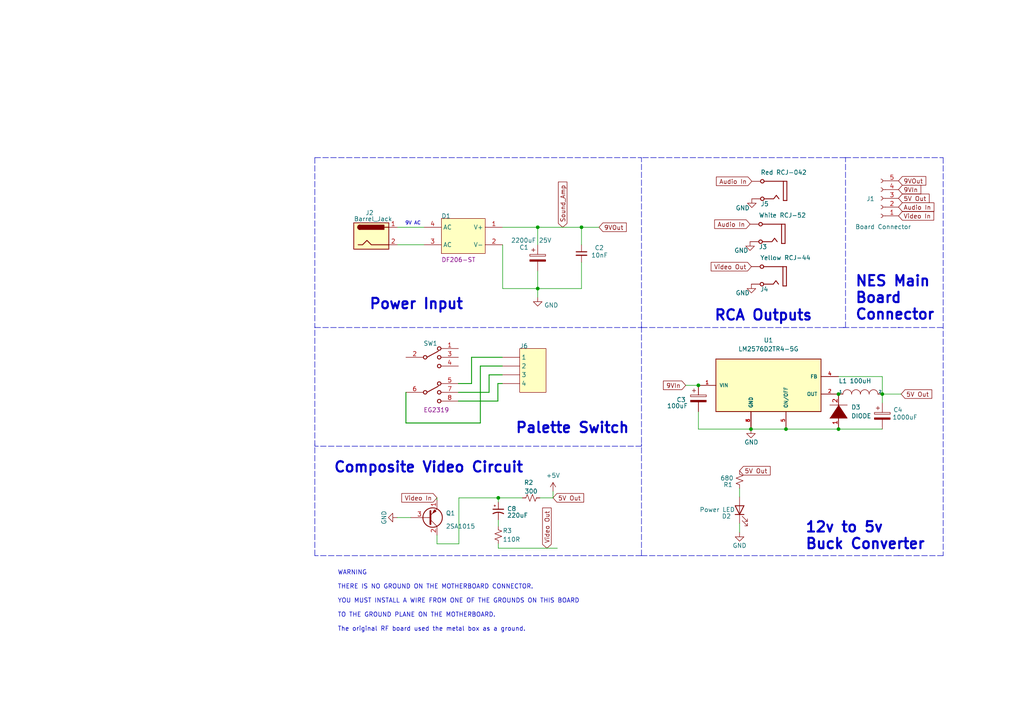
<source format=kicad_sch>
(kicad_sch (version 20211123) (generator eeschema)

  (uuid eaef1172-3351-417c-bfc4-74a598f141cb)

  (paper "A4")

  (title_block
    (title "NES Power Board Classic DIY Edition with THT Parts")
    (date "2022-07-13")
    (rev "1.0")
    (company "ShawTech LLC")
    (comment 1 "GeekIsland Gaming")
    (comment 2 "Project Gotham")
    (comment 3 "Long Island Retro Gaming")
  )

  (lib_symbols
    (symbol "Connector:Barrel_Jack" (pin_names (offset 1.016)) (in_bom yes) (on_board yes)
      (property "Reference" "J" (id 0) (at 0 5.334 0)
        (effects (font (size 1.27 1.27)))
      )
      (property "Value" "Barrel_Jack" (id 1) (at 0 -5.08 0)
        (effects (font (size 1.27 1.27)))
      )
      (property "Footprint" "" (id 2) (at 1.27 -1.016 0)
        (effects (font (size 1.27 1.27)) hide)
      )
      (property "Datasheet" "~" (id 3) (at 1.27 -1.016 0)
        (effects (font (size 1.27 1.27)) hide)
      )
      (property "ki_keywords" "DC power barrel jack connector" (id 4) (at 0 0 0)
        (effects (font (size 1.27 1.27)) hide)
      )
      (property "ki_description" "DC Barrel Jack" (id 5) (at 0 0 0)
        (effects (font (size 1.27 1.27)) hide)
      )
      (property "ki_fp_filters" "BarrelJack*" (id 6) (at 0 0 0)
        (effects (font (size 1.27 1.27)) hide)
      )
      (symbol "Barrel_Jack_0_1"
        (rectangle (start -5.08 3.81) (end 5.08 -3.81)
          (stroke (width 0.254) (type default) (color 0 0 0 0))
          (fill (type background))
        )
        (arc (start -3.302 3.175) (mid -3.937 2.54) (end -3.302 1.905)
          (stroke (width 0.254) (type default) (color 0 0 0 0))
          (fill (type none))
        )
        (arc (start -3.302 3.175) (mid -3.937 2.54) (end -3.302 1.905)
          (stroke (width 0.254) (type default) (color 0 0 0 0))
          (fill (type outline))
        )
        (polyline
          (pts
            (xy 5.08 2.54)
            (xy 3.81 2.54)
          )
          (stroke (width 0.254) (type default) (color 0 0 0 0))
          (fill (type none))
        )
        (polyline
          (pts
            (xy -3.81 -2.54)
            (xy -2.54 -2.54)
            (xy -1.27 -1.27)
            (xy 0 -2.54)
            (xy 2.54 -2.54)
            (xy 5.08 -2.54)
          )
          (stroke (width 0.254) (type default) (color 0 0 0 0))
          (fill (type none))
        )
        (rectangle (start 3.683 3.175) (end -3.302 1.905)
          (stroke (width 0.254) (type default) (color 0 0 0 0))
          (fill (type outline))
        )
      )
      (symbol "Barrel_Jack_1_1"
        (pin passive line (at 7.62 2.54 180) (length 2.54)
          (name "~" (effects (font (size 1.27 1.27))))
          (number "1" (effects (font (size 1.27 1.27))))
        )
        (pin passive line (at 7.62 -2.54 180) (length 2.54)
          (name "~" (effects (font (size 1.27 1.27))))
          (number "2" (effects (font (size 1.27 1.27))))
        )
      )
    )
    (symbol "Connector:Conn_01x05_Female" (pin_names (offset 1.016) hide) (in_bom yes) (on_board yes)
      (property "Reference" "J" (id 0) (at 0 7.62 0)
        (effects (font (size 1.27 1.27)))
      )
      (property "Value" "Conn_01x05_Female" (id 1) (at 0 -7.62 0)
        (effects (font (size 1.27 1.27)))
      )
      (property "Footprint" "" (id 2) (at 0 0 0)
        (effects (font (size 1.27 1.27)) hide)
      )
      (property "Datasheet" "~" (id 3) (at 0 0 0)
        (effects (font (size 1.27 1.27)) hide)
      )
      (property "ki_keywords" "connector" (id 4) (at 0 0 0)
        (effects (font (size 1.27 1.27)) hide)
      )
      (property "ki_description" "Generic connector, single row, 01x05, script generated (kicad-library-utils/schlib/autogen/connector/)" (id 5) (at 0 0 0)
        (effects (font (size 1.27 1.27)) hide)
      )
      (property "ki_fp_filters" "Connector*:*_1x??_*" (id 6) (at 0 0 0)
        (effects (font (size 1.27 1.27)) hide)
      )
      (symbol "Conn_01x05_Female_1_1"
        (arc (start 0 -4.572) (mid -0.508 -5.08) (end 0 -5.588)
          (stroke (width 0.1524) (type default) (color 0 0 0 0))
          (fill (type none))
        )
        (arc (start 0 -2.032) (mid -0.508 -2.54) (end 0 -3.048)
          (stroke (width 0.1524) (type default) (color 0 0 0 0))
          (fill (type none))
        )
        (polyline
          (pts
            (xy -1.27 -5.08)
            (xy -0.508 -5.08)
          )
          (stroke (width 0.1524) (type default) (color 0 0 0 0))
          (fill (type none))
        )
        (polyline
          (pts
            (xy -1.27 -2.54)
            (xy -0.508 -2.54)
          )
          (stroke (width 0.1524) (type default) (color 0 0 0 0))
          (fill (type none))
        )
        (polyline
          (pts
            (xy -1.27 0)
            (xy -0.508 0)
          )
          (stroke (width 0.1524) (type default) (color 0 0 0 0))
          (fill (type none))
        )
        (polyline
          (pts
            (xy -1.27 2.54)
            (xy -0.508 2.54)
          )
          (stroke (width 0.1524) (type default) (color 0 0 0 0))
          (fill (type none))
        )
        (polyline
          (pts
            (xy -1.27 5.08)
            (xy -0.508 5.08)
          )
          (stroke (width 0.1524) (type default) (color 0 0 0 0))
          (fill (type none))
        )
        (arc (start 0 0.508) (mid -0.508 0) (end 0 -0.508)
          (stroke (width 0.1524) (type default) (color 0 0 0 0))
          (fill (type none))
        )
        (arc (start 0 3.048) (mid -0.508 2.54) (end 0 2.032)
          (stroke (width 0.1524) (type default) (color 0 0 0 0))
          (fill (type none))
        )
        (arc (start 0 5.588) (mid -0.508 5.08) (end 0 4.572)
          (stroke (width 0.1524) (type default) (color 0 0 0 0))
          (fill (type none))
        )
        (pin passive line (at -5.08 5.08 0) (length 3.81)
          (name "Pin_1" (effects (font (size 1.27 1.27))))
          (number "1" (effects (font (size 1.27 1.27))))
        )
        (pin passive line (at -5.08 2.54 0) (length 3.81)
          (name "Pin_2" (effects (font (size 1.27 1.27))))
          (number "2" (effects (font (size 1.27 1.27))))
        )
        (pin passive line (at -5.08 0 0) (length 3.81)
          (name "Pin_3" (effects (font (size 1.27 1.27))))
          (number "3" (effects (font (size 1.27 1.27))))
        )
        (pin passive line (at -5.08 -2.54 0) (length 3.81)
          (name "Pin_4" (effects (font (size 1.27 1.27))))
          (number "4" (effects (font (size 1.27 1.27))))
        )
        (pin passive line (at -5.08 -5.08 0) (length 3.81)
          (name "Pin_5" (effects (font (size 1.27 1.27))))
          (number "5" (effects (font (size 1.27 1.27))))
        )
      )
    )
    (symbol "Device:C_Polarized" (pin_numbers hide) (pin_names (offset 0.254)) (in_bom yes) (on_board yes)
      (property "Reference" "C" (id 0) (at 0.635 2.54 0)
        (effects (font (size 1.27 1.27)) (justify left))
      )
      (property "Value" "C_Polarized" (id 1) (at 0.635 -2.54 0)
        (effects (font (size 1.27 1.27)) (justify left))
      )
      (property "Footprint" "" (id 2) (at 0.9652 -3.81 0)
        (effects (font (size 1.27 1.27)) hide)
      )
      (property "Datasheet" "~" (id 3) (at 0 0 0)
        (effects (font (size 1.27 1.27)) hide)
      )
      (property "ki_keywords" "cap capacitor" (id 4) (at 0 0 0)
        (effects (font (size 1.27 1.27)) hide)
      )
      (property "ki_description" "Polarized capacitor" (id 5) (at 0 0 0)
        (effects (font (size 1.27 1.27)) hide)
      )
      (property "ki_fp_filters" "CP_*" (id 6) (at 0 0 0)
        (effects (font (size 1.27 1.27)) hide)
      )
      (symbol "C_Polarized_0_1"
        (rectangle (start -2.286 0.508) (end 2.286 1.016)
          (stroke (width 0) (type default) (color 0 0 0 0))
          (fill (type none))
        )
        (polyline
          (pts
            (xy -1.778 2.286)
            (xy -0.762 2.286)
          )
          (stroke (width 0) (type default) (color 0 0 0 0))
          (fill (type none))
        )
        (polyline
          (pts
            (xy -1.27 2.794)
            (xy -1.27 1.778)
          )
          (stroke (width 0) (type default) (color 0 0 0 0))
          (fill (type none))
        )
        (rectangle (start 2.286 -0.508) (end -2.286 -1.016)
          (stroke (width 0) (type default) (color 0 0 0 0))
          (fill (type outline))
        )
      )
      (symbol "C_Polarized_1_1"
        (pin passive line (at 0 3.81 270) (length 2.794)
          (name "~" (effects (font (size 1.27 1.27))))
          (number "1" (effects (font (size 1.27 1.27))))
        )
        (pin passive line (at 0 -3.81 90) (length 2.794)
          (name "~" (effects (font (size 1.27 1.27))))
          (number "2" (effects (font (size 1.27 1.27))))
        )
      )
    )
    (symbol "Device:C_Polarized_Small_US" (pin_numbers hide) (pin_names (offset 0.254) hide) (in_bom yes) (on_board yes)
      (property "Reference" "C" (id 0) (at 0.254 1.778 0)
        (effects (font (size 1.27 1.27)) (justify left))
      )
      (property "Value" "C_Polarized_Small_US" (id 1) (at 0.254 -2.032 0)
        (effects (font (size 1.27 1.27)) (justify left))
      )
      (property "Footprint" "" (id 2) (at 0 0 0)
        (effects (font (size 1.27 1.27)) hide)
      )
      (property "Datasheet" "~" (id 3) (at 0 0 0)
        (effects (font (size 1.27 1.27)) hide)
      )
      (property "ki_keywords" "cap capacitor" (id 4) (at 0 0 0)
        (effects (font (size 1.27 1.27)) hide)
      )
      (property "ki_description" "Polarized capacitor, small US symbol" (id 5) (at 0 0 0)
        (effects (font (size 1.27 1.27)) hide)
      )
      (property "ki_fp_filters" "CP_*" (id 6) (at 0 0 0)
        (effects (font (size 1.27 1.27)) hide)
      )
      (symbol "C_Polarized_Small_US_0_1"
        (polyline
          (pts
            (xy -1.524 0.508)
            (xy 1.524 0.508)
          )
          (stroke (width 0.3048) (type default) (color 0 0 0 0))
          (fill (type none))
        )
        (polyline
          (pts
            (xy -1.27 1.524)
            (xy -0.762 1.524)
          )
          (stroke (width 0) (type default) (color 0 0 0 0))
          (fill (type none))
        )
        (polyline
          (pts
            (xy -1.016 1.27)
            (xy -1.016 1.778)
          )
          (stroke (width 0) (type default) (color 0 0 0 0))
          (fill (type none))
        )
        (arc (start 1.524 -0.762) (mid 0 -0.3734) (end -1.524 -0.762)
          (stroke (width 0.3048) (type default) (color 0 0 0 0))
          (fill (type none))
        )
      )
      (symbol "C_Polarized_Small_US_1_1"
        (pin passive line (at 0 2.54 270) (length 2.032)
          (name "~" (effects (font (size 1.27 1.27))))
          (number "1" (effects (font (size 1.27 1.27))))
        )
        (pin passive line (at 0 -2.54 90) (length 2.032)
          (name "~" (effects (font (size 1.27 1.27))))
          (number "2" (effects (font (size 1.27 1.27))))
        )
      )
    )
    (symbol "Device:C_Small" (pin_numbers hide) (pin_names (offset 0.254) hide) (in_bom yes) (on_board yes)
      (property "Reference" "C" (id 0) (at 0.254 1.778 0)
        (effects (font (size 1.27 1.27)) (justify left))
      )
      (property "Value" "C_Small" (id 1) (at 0.254 -2.032 0)
        (effects (font (size 1.27 1.27)) (justify left))
      )
      (property "Footprint" "" (id 2) (at 0 0 0)
        (effects (font (size 1.27 1.27)) hide)
      )
      (property "Datasheet" "~" (id 3) (at 0 0 0)
        (effects (font (size 1.27 1.27)) hide)
      )
      (property "ki_keywords" "capacitor cap" (id 4) (at 0 0 0)
        (effects (font (size 1.27 1.27)) hide)
      )
      (property "ki_description" "Unpolarized capacitor, small symbol" (id 5) (at 0 0 0)
        (effects (font (size 1.27 1.27)) hide)
      )
      (property "ki_fp_filters" "C_*" (id 6) (at 0 0 0)
        (effects (font (size 1.27 1.27)) hide)
      )
      (symbol "C_Small_0_1"
        (polyline
          (pts
            (xy -1.524 -0.508)
            (xy 1.524 -0.508)
          )
          (stroke (width 0.3302) (type default) (color 0 0 0 0))
          (fill (type none))
        )
        (polyline
          (pts
            (xy -1.524 0.508)
            (xy 1.524 0.508)
          )
          (stroke (width 0.3048) (type default) (color 0 0 0 0))
          (fill (type none))
        )
      )
      (symbol "C_Small_1_1"
        (pin passive line (at 0 2.54 270) (length 2.032)
          (name "~" (effects (font (size 1.27 1.27))))
          (number "1" (effects (font (size 1.27 1.27))))
        )
        (pin passive line (at 0 -2.54 90) (length 2.032)
          (name "~" (effects (font (size 1.27 1.27))))
          (number "2" (effects (font (size 1.27 1.27))))
        )
      )
    )
    (symbol "Device:LED" (pin_numbers hide) (pin_names (offset 1.016) hide) (in_bom yes) (on_board yes)
      (property "Reference" "D" (id 0) (at 0 2.54 0)
        (effects (font (size 1.27 1.27)))
      )
      (property "Value" "LED" (id 1) (at 0 -2.54 0)
        (effects (font (size 1.27 1.27)))
      )
      (property "Footprint" "" (id 2) (at 0 0 0)
        (effects (font (size 1.27 1.27)) hide)
      )
      (property "Datasheet" "~" (id 3) (at 0 0 0)
        (effects (font (size 1.27 1.27)) hide)
      )
      (property "ki_keywords" "LED diode" (id 4) (at 0 0 0)
        (effects (font (size 1.27 1.27)) hide)
      )
      (property "ki_description" "Light emitting diode" (id 5) (at 0 0 0)
        (effects (font (size 1.27 1.27)) hide)
      )
      (property "ki_fp_filters" "LED* LED_SMD:* LED_THT:*" (id 6) (at 0 0 0)
        (effects (font (size 1.27 1.27)) hide)
      )
      (symbol "LED_0_1"
        (polyline
          (pts
            (xy -1.27 -1.27)
            (xy -1.27 1.27)
          )
          (stroke (width 0.254) (type default) (color 0 0 0 0))
          (fill (type none))
        )
        (polyline
          (pts
            (xy -1.27 0)
            (xy 1.27 0)
          )
          (stroke (width 0) (type default) (color 0 0 0 0))
          (fill (type none))
        )
        (polyline
          (pts
            (xy 1.27 -1.27)
            (xy 1.27 1.27)
            (xy -1.27 0)
            (xy 1.27 -1.27)
          )
          (stroke (width 0.254) (type default) (color 0 0 0 0))
          (fill (type none))
        )
        (polyline
          (pts
            (xy -3.048 -0.762)
            (xy -4.572 -2.286)
            (xy -3.81 -2.286)
            (xy -4.572 -2.286)
            (xy -4.572 -1.524)
          )
          (stroke (width 0) (type default) (color 0 0 0 0))
          (fill (type none))
        )
        (polyline
          (pts
            (xy -1.778 -0.762)
            (xy -3.302 -2.286)
            (xy -2.54 -2.286)
            (xy -3.302 -2.286)
            (xy -3.302 -1.524)
          )
          (stroke (width 0) (type default) (color 0 0 0 0))
          (fill (type none))
        )
      )
      (symbol "LED_1_1"
        (pin passive line (at -3.81 0 0) (length 2.54)
          (name "K" (effects (font (size 1.27 1.27))))
          (number "1" (effects (font (size 1.27 1.27))))
        )
        (pin passive line (at 3.81 0 180) (length 2.54)
          (name "A" (effects (font (size 1.27 1.27))))
          (number "2" (effects (font (size 1.27 1.27))))
        )
      )
    )
    (symbol "Device:R_Small_US" (pin_numbers hide) (pin_names (offset 0.254) hide) (in_bom yes) (on_board yes)
      (property "Reference" "R" (id 0) (at 0.762 0.508 0)
        (effects (font (size 1.27 1.27)) (justify left))
      )
      (property "Value" "R_Small_US" (id 1) (at 0.762 -1.016 0)
        (effects (font (size 1.27 1.27)) (justify left))
      )
      (property "Footprint" "" (id 2) (at 0 0 0)
        (effects (font (size 1.27 1.27)) hide)
      )
      (property "Datasheet" "~" (id 3) (at 0 0 0)
        (effects (font (size 1.27 1.27)) hide)
      )
      (property "ki_keywords" "r resistor" (id 4) (at 0 0 0)
        (effects (font (size 1.27 1.27)) hide)
      )
      (property "ki_description" "Resistor, small US symbol" (id 5) (at 0 0 0)
        (effects (font (size 1.27 1.27)) hide)
      )
      (property "ki_fp_filters" "R_*" (id 6) (at 0 0 0)
        (effects (font (size 1.27 1.27)) hide)
      )
      (symbol "R_Small_US_1_1"
        (polyline
          (pts
            (xy 0 0)
            (xy 1.016 -0.381)
            (xy 0 -0.762)
            (xy -1.016 -1.143)
            (xy 0 -1.524)
          )
          (stroke (width 0) (type default) (color 0 0 0 0))
          (fill (type none))
        )
        (polyline
          (pts
            (xy 0 1.524)
            (xy 1.016 1.143)
            (xy 0 0.762)
            (xy -1.016 0.381)
            (xy 0 0)
          )
          (stroke (width 0) (type default) (color 0 0 0 0))
          (fill (type none))
        )
        (pin passive line (at 0 2.54 270) (length 1.016)
          (name "~" (effects (font (size 1.27 1.27))))
          (number "1" (effects (font (size 1.27 1.27))))
        )
        (pin passive line (at 0 -2.54 90) (length 1.016)
          (name "~" (effects (font (size 1.27 1.27))))
          (number "2" (effects (font (size 1.27 1.27))))
        )
      )
    )
    (symbol "LM2576D2TR4:LM2576D2TR4-5G" (pin_names (offset 1.016)) (in_bom yes) (on_board yes)
      (property "Reference" "U" (id 0) (at -17.8054 -20.3454 0)
        (effects (font (size 1.27 1.27)) (justify left bottom))
      )
      (property "Value" "LM2576D2TR4-5G" (id 1) (at -17.8054 -22.8854 0)
        (effects (font (size 1.27 1.27)) (justify left bottom))
      )
      (property "Footprint" "D2PAK-5" (id 2) (at 0 0 0)
        (effects (font (size 1.27 1.27)) (justify left bottom) hide)
      )
      (property "Datasheet" "" (id 3) (at 0 0 0)
        (effects (font (size 1.27 1.27)) (justify left bottom) hide)
      )
      (property "ki_locked" "" (id 4) (at 0 0 0)
        (effects (font (size 1.27 1.27)))
      )
      (symbol "LM2576D2TR4-5G_0_0"
        (rectangle (start -15.24 -7.62) (end 15.24 7.62)
          (stroke (width 0.254) (type default) (color 0 0 0 0))
          (fill (type background))
        )
        (pin input line (at -20.32 0 0) (length 5.08)
          (name "VIN" (effects (font (size 1.016 1.016))))
          (number "1" (effects (font (size 1.016 1.016))))
        )
        (pin output line (at 20.32 -2.54 180) (length 5.08)
          (name "OUT" (effects (font (size 1.016 1.016))))
          (number "2" (effects (font (size 1.016 1.016))))
        )
        (pin passive line (at -5.08 -12.7 90) (length 5.08)
          (name "GND" (effects (font (size 1.016 1.016))))
          (number "3" (effects (font (size 1.016 1.016))))
        )
        (pin output line (at 20.32 2.54 180) (length 5.08)
          (name "FB" (effects (font (size 1.016 1.016))))
          (number "4" (effects (font (size 1.016 1.016))))
        )
        (pin input line (at 5.08 -12.7 90) (length 5.08)
          (name "ON/OFF" (effects (font (size 1.016 1.016))))
          (number "5" (effects (font (size 1.016 1.016))))
        )
        (pin passive line (at -5.08 -12.7 90) (length 5.08)
          (name "GND" (effects (font (size 1.016 1.016))))
          (number "6" (effects (font (size 1.016 1.016))))
        )
      )
    )
    (symbol "Transistor_BJT:2SA1015" (pin_names (offset 0) hide) (in_bom yes) (on_board yes)
      (property "Reference" "Q" (id 0) (at 5.08 1.905 0)
        (effects (font (size 1.27 1.27)) (justify left))
      )
      (property "Value" "2SA1015" (id 1) (at 5.08 0 0)
        (effects (font (size 1.27 1.27)) (justify left))
      )
      (property "Footprint" "Package_TO_SOT_THT:TO-92_Inline" (id 2) (at 5.08 -1.905 0)
        (effects (font (size 1.27 1.27) italic) (justify left) hide)
      )
      (property "Datasheet" "http://www.datasheetcatalog.org/datasheet/toshiba/905.pdf" (id 3) (at 0 0 0)
        (effects (font (size 1.27 1.27)) (justify left) hide)
      )
      (property "ki_keywords" "Low Noise Audio PNP Transistor" (id 4) (at 0 0 0)
        (effects (font (size 1.27 1.27)) hide)
      )
      (property "ki_description" "-0.15A Ic, -50V Vce, Low Noise Audio PNP Transistor, TO-92" (id 5) (at 0 0 0)
        (effects (font (size 1.27 1.27)) hide)
      )
      (property "ki_fp_filters" "TO?92*" (id 6) (at 0 0 0)
        (effects (font (size 1.27 1.27)) hide)
      )
      (symbol "2SA1015_0_1"
        (polyline
          (pts
            (xy 0 0)
            (xy 0.635 0)
          )
          (stroke (width 0) (type default) (color 0 0 0 0))
          (fill (type none))
        )
        (polyline
          (pts
            (xy 2.54 -2.54)
            (xy 0.635 -0.635)
          )
          (stroke (width 0) (type default) (color 0 0 0 0))
          (fill (type none))
        )
        (polyline
          (pts
            (xy 2.54 2.54)
            (xy 0.635 0.635)
          )
          (stroke (width 0) (type default) (color 0 0 0 0))
          (fill (type none))
        )
        (polyline
          (pts
            (xy 0.635 1.905)
            (xy 0.635 -1.905)
            (xy 0.635 -1.905)
          )
          (stroke (width 0.508) (type default) (color 0 0 0 0))
          (fill (type outline))
        )
        (polyline
          (pts
            (xy 1.778 -2.286)
            (xy 2.286 -1.778)
            (xy 1.27 -1.27)
            (xy 1.778 -2.286)
            (xy 1.778 -2.286)
          )
          (stroke (width 0) (type default) (color 0 0 0 0))
          (fill (type outline))
        )
        (circle (center 1.27 0) (radius 2.8194)
          (stroke (width 0.254) (type default) (color 0 0 0 0))
          (fill (type none))
        )
      )
      (symbol "2SA1015_1_1"
        (pin passive line (at 2.54 -5.08 90) (length 2.54)
          (name "E" (effects (font (size 1.27 1.27))))
          (number "1" (effects (font (size 1.27 1.27))))
        )
        (pin passive line (at 2.54 5.08 270) (length 2.54)
          (name "C" (effects (font (size 1.27 1.27))))
          (number "2" (effects (font (size 1.27 1.27))))
        )
        (pin input line (at -5.08 0 0) (length 5.08)
          (name "B" (effects (font (size 1.27 1.27))))
          (number "3" (effects (font (size 1.27 1.27))))
        )
      )
    )
    (symbol "jjj-altium-import:0_Header 1x4 - 1.5mm Vert" (in_bom yes) (on_board yes)
      (property "Reference" "" (id 0) (at 0 0 0)
        (effects (font (size 1.27 1.27)))
      )
      (property "Value" "0_Header 1x4 - 1.5mm Vert" (id 1) (at 0 0 0)
        (effects (font (size 1.27 1.27)))
      )
      (property "Footprint" "" (id 2) (at 0 0 0)
        (effects (font (size 1.27 1.27)) hide)
      )
      (property "Datasheet" "" (id 3) (at 0 0 0)
        (effects (font (size 1.27 1.27)) hide)
      )
      (property "ki_description" "Header, 4 Pin, 1.5mm Pitch, Vertical" (id 4) (at 0 0 0)
        (effects (font (size 1.27 1.27)) hide)
      )
      (property "ki_fp_filters" "HDR1X4-15MM{space}VERT{space}-{space}L" (id 5) (at 0 0 0)
        (effects (font (size 1.27 1.27)) hide)
      )
      (symbol "0_Header 1x4 - 1.5mm Vert_1_0"
        (rectangle (start 7.62 0) (end 0 -12.7)
          (stroke (width 0) (type default) (color 0 0 0 0))
          (fill (type background))
        )
        (pin passive line (at -5.08 -2.54 0) (length 5.08)
          (name "1" (effects (font (size 1.27 1.27))))
          (number "1" (effects (font (size 0 0))))
        )
        (pin passive line (at -5.08 -5.08 0) (length 5.08)
          (name "2" (effects (font (size 1.27 1.27))))
          (number "2" (effects (font (size 0 0))))
        )
        (pin passive line (at -5.08 -7.62 0) (length 5.08)
          (name "3" (effects (font (size 1.27 1.27))))
          (number "3" (effects (font (size 0 0))))
        )
        (pin passive line (at -5.08 -10.16 0) (length 5.08)
          (name "4" (effects (font (size 1.27 1.27))))
          (number "4" (effects (font (size 0 0))))
        )
      )
    )
    (symbol "jjj-altium-import:0_SW-DP3T (EG2319)" (in_bom yes) (on_board yes)
      (property "Reference" "" (id 0) (at 0 0 0)
        (effects (font (size 1.27 1.27)))
      )
      (property "Value" "0_SW-DP3T (EG2319)" (id 1) (at 0 0 0)
        (effects (font (size 1.27 1.27)))
      )
      (property "Footprint" "" (id 2) (at 0 0 0)
        (effects (font (size 1.27 1.27)) hide)
      )
      (property "Datasheet" "" (id 3) (at 0 0 0)
        (effects (font (size 1.27 1.27)) hide)
      )
      (property "ki_description" "Dual Pole, Three Throw" (id 4) (at 0 0 0)
        (effects (font (size 1.27 1.27)) hide)
      )
      (property "ki_fp_filters" "SW-DP3T{space}(EG2319)" (id 5) (at 0 0 0)
        (effects (font (size 1.27 1.27)) hide)
      )
      (symbol "0_SW-DP3T (EG2319)_1_0"
        (polyline
          (pts
            (xy 1.016 -10.16)
            (xy 4.318 -8.382)
          )
          (stroke (width 0.254) (type default) (color 0 0 0 0))
          (fill (type none))
        )
        (polyline
          (pts
            (xy 1.016 0)
            (xy 4.318 1.778)
          )
          (stroke (width 0.254) (type default) (color 0 0 0 0))
          (fill (type none))
        )
        (circle (center 0.508 -10.16) (radius 0.508)
          (stroke (width 0.254) (type default) (color 0 0 0 0))
          (fill (type none))
        )
        (circle (center 0.508 0) (radius 0.508)
          (stroke (width 0.254) (type default) (color 0 0 0 0))
          (fill (type none))
        )
        (circle (center 4.572 -12.7) (radius 0.508)
          (stroke (width 0.254) (type default) (color 0 0 0 0))
          (fill (type none))
        )
        (circle (center 4.572 -10.16) (radius 0.508)
          (stroke (width 0.254) (type default) (color 0 0 0 0))
          (fill (type none))
        )
        (circle (center 4.572 -7.62) (radius 0.508)
          (stroke (width 0.254) (type default) (color 0 0 0 0))
          (fill (type none))
        )
        (circle (center 4.572 -2.54) (radius 0.508)
          (stroke (width 0.254) (type default) (color 0 0 0 0))
          (fill (type none))
        )
        (circle (center 4.572 0) (radius 0.508)
          (stroke (width 0.254) (type default) (color 0 0 0 0))
          (fill (type none))
        )
        (circle (center 4.572 2.54) (radius 0.508)
          (stroke (width 0.254) (type default) (color 0 0 0 0))
          (fill (type none))
        )
        (pin passive line (at 10.16 2.54 180) (length 5.08)
          (name "1" (effects (font (size 0 0))))
          (number "1" (effects (font (size 1.27 1.27))))
        )
        (pin passive line (at -5.08 0 0) (length 5.08)
          (name "2" (effects (font (size 0 0))))
          (number "2" (effects (font (size 1.27 1.27))))
        )
        (pin passive line (at 10.16 0 180) (length 5.08)
          (name "3" (effects (font (size 0 0))))
          (number "3" (effects (font (size 1.27 1.27))))
        )
        (pin passive line (at 10.16 -2.54 180) (length 5.08)
          (name "4" (effects (font (size 0 0))))
          (number "4" (effects (font (size 1.27 1.27))))
        )
        (pin passive line (at 10.16 -7.62 180) (length 5.08)
          (name "5" (effects (font (size 0 0))))
          (number "5" (effects (font (size 1.27 1.27))))
        )
        (pin passive line (at -5.08 -10.16 0) (length 5.08)
          (name "6" (effects (font (size 0 0))))
          (number "6" (effects (font (size 1.27 1.27))))
        )
        (pin passive line (at 10.16 -10.16 180) (length 5.08)
          (name "7" (effects (font (size 0 0))))
          (number "7" (effects (font (size 1.27 1.27))))
        )
        (pin passive line (at 10.16 -12.7 180) (length 5.08)
          (name "8" (effects (font (size 0 0))))
          (number "8" (effects (font (size 1.27 1.27))))
        )
      )
    )
    (symbol "jjj-altium-import:0_mirrored_Bridge (DF206-ST)" (in_bom yes) (on_board yes)
      (property "Reference" "" (id 0) (at 0 0 0)
        (effects (font (size 1.27 1.27)))
      )
      (property "Value" "0_mirrored_Bridge (DF206-ST)" (id 1) (at 0 0 0)
        (effects (font (size 1.27 1.27)))
      )
      (property "Footprint" "" (id 2) (at 0 0 0)
        (effects (font (size 1.27 1.27)) hide)
      )
      (property "Datasheet" "" (id 3) (at 0 0 0)
        (effects (font (size 1.27 1.27)) hide)
      )
      (property "ki_description" "Full Wave Diode Bridge" (id 4) (at 0 0 0)
        (effects (font (size 1.27 1.27)) hide)
      )
      (property "ki_fp_filters" "DFS4" (id 5) (at 0 0 0)
        (effects (font (size 1.27 1.27)) hide)
      )
      (symbol "0_mirrored_Bridge (DF206-ST)_1_0"
        (rectangle (start 0 0) (end -12.7 -10.16)
          (stroke (width 0) (type default) (color 0 0 0 0))
          (fill (type background))
        )
        (pin passive line (at 5.08 -2.54 180) (length 5.08)
          (name "V+" (effects (font (size 1.27 1.27))))
          (number "1" (effects (font (size 1.27 1.27))))
        )
        (pin passive line (at 5.08 -7.62 180) (length 5.08)
          (name "V-" (effects (font (size 1.27 1.27))))
          (number "2" (effects (font (size 1.27 1.27))))
        )
        (pin passive line (at -17.78 -7.62 0) (length 5.08)
          (name "AC" (effects (font (size 1.27 1.27))))
          (number "3" (effects (font (size 1.27 1.27))))
        )
        (pin passive line (at -17.78 -2.54 0) (length 5.08)
          (name "AC" (effects (font (size 1.27 1.27))))
          (number "4" (effects (font (size 1.27 1.27))))
        )
      )
    )
    (symbol "jjj-altium-import:0_mirrored_RCA-JCK-1 (RCJ-042)" (in_bom yes) (on_board yes)
      (property "Reference" "" (id 0) (at 0 0 0)
        (effects (font (size 1.27 1.27)))
      )
      (property "Value" "0_mirrored_RCA-JCK-1 (RCJ-042)" (id 1) (at 0 0 0)
        (effects (font (size 1.27 1.27)))
      )
      (property "Footprint" "" (id 2) (at 0 0 0)
        (effects (font (size 1.27 1.27)) hide)
      )
      (property "Datasheet" "" (id 3) (at 0 0 0)
        (effects (font (size 1.27 1.27)) hide)
      )
      (property "ki_description" "RCA Phono Jack, Right Angle" (id 4) (at 0 0 0)
        (effects (font (size 1.27 1.27)) hide)
      )
      (property "ki_fp_filters" "RCA-JCK-1{space}(RCJ-042-ALT1)" (id 5) (at 0 0 0)
        (effects (font (size 1.27 1.27)) hide)
      )
      (symbol "0_mirrored_RCA-JCK-1 (RCJ-042)_1_0"
        (circle (center -7.112 -7.62) (radius 0.508)
          (stroke (width 0.254) (type default) (color 0 0 0 0))
          (fill (type none))
        )
        (circle (center -7.112 -2.54) (radius 0.508)
          (stroke (width 0.254) (type default) (color 0 0 0 0))
          (fill (type none))
        )
        (polyline
          (pts
            (xy -6.604 -7.62)
            (xy 0 -7.62)
          )
          (stroke (width 0.254) (type default) (color 0 0 0 0))
          (fill (type none))
        )
        (polyline
          (pts
            (xy -1.016 -2.032)
            (xy -1.016 -7.62)
          )
          (stroke (width 0.254) (type default) (color 0 0 0 0))
          (fill (type none))
        )
        (polyline
          (pts
            (xy -1.016 -2.032)
            (xy 0 -2.032)
          )
          (stroke (width 0.254) (type default) (color 0 0 0 0))
          (fill (type none))
        )
        (polyline
          (pts
            (xy 0 -2.032)
            (xy 0 -7.62)
          )
          (stroke (width 0.254) (type default) (color 0 0 0 0))
          (fill (type none))
        )
        (polyline
          (pts
            (xy -2.286 -2.54)
            (xy -3.048 -3.556)
            (xy -3.81 -2.54)
            (xy -6.604 -2.54)
          )
          (stroke (width 0.254) (type default) (color 0 0 0 0))
          (fill (type none))
        )
        (pin passive line (at -10.16 -2.54 0) (length 2.54)
          (name "Tip" (effects (font (size 0 0))))
          (number "1" (effects (font (size 0 0))))
        )
        (pin passive line (at -10.16 -7.62 0) (length 2.54)
          (name "Sleeve" (effects (font (size 0 0))))
          (number "2" (effects (font (size 0 0))))
        )
      )
    )
    (symbol "power:+5V" (power) (pin_names (offset 0)) (in_bom yes) (on_board yes)
      (property "Reference" "#PWR" (id 0) (at 0 -3.81 0)
        (effects (font (size 1.27 1.27)) hide)
      )
      (property "Value" "+5V" (id 1) (at 0 3.556 0)
        (effects (font (size 1.27 1.27)))
      )
      (property "Footprint" "" (id 2) (at 0 0 0)
        (effects (font (size 1.27 1.27)) hide)
      )
      (property "Datasheet" "" (id 3) (at 0 0 0)
        (effects (font (size 1.27 1.27)) hide)
      )
      (property "ki_keywords" "power-flag" (id 4) (at 0 0 0)
        (effects (font (size 1.27 1.27)) hide)
      )
      (property "ki_description" "Power symbol creates a global label with name \"+5V\"" (id 5) (at 0 0 0)
        (effects (font (size 1.27 1.27)) hide)
      )
      (symbol "+5V_0_1"
        (polyline
          (pts
            (xy -0.762 1.27)
            (xy 0 2.54)
          )
          (stroke (width 0) (type default) (color 0 0 0 0))
          (fill (type none))
        )
        (polyline
          (pts
            (xy 0 0)
            (xy 0 2.54)
          )
          (stroke (width 0) (type default) (color 0 0 0 0))
          (fill (type none))
        )
        (polyline
          (pts
            (xy 0 2.54)
            (xy 0.762 1.27)
          )
          (stroke (width 0) (type default) (color 0 0 0 0))
          (fill (type none))
        )
      )
      (symbol "+5V_1_1"
        (pin power_in line (at 0 0 90) (length 0) hide
          (name "+5V" (effects (font (size 1.27 1.27))))
          (number "1" (effects (font (size 1.27 1.27))))
        )
      )
    )
    (symbol "power:GND" (power) (pin_names (offset 0)) (in_bom yes) (on_board yes)
      (property "Reference" "#PWR" (id 0) (at 0 -6.35 0)
        (effects (font (size 1.27 1.27)) hide)
      )
      (property "Value" "GND" (id 1) (at 0 -3.81 0)
        (effects (font (size 1.27 1.27)))
      )
      (property "Footprint" "" (id 2) (at 0 0 0)
        (effects (font (size 1.27 1.27)) hide)
      )
      (property "Datasheet" "" (id 3) (at 0 0 0)
        (effects (font (size 1.27 1.27)) hide)
      )
      (property "ki_keywords" "power-flag" (id 4) (at 0 0 0)
        (effects (font (size 1.27 1.27)) hide)
      )
      (property "ki_description" "Power symbol creates a global label with name \"GND\" , ground" (id 5) (at 0 0 0)
        (effects (font (size 1.27 1.27)) hide)
      )
      (symbol "GND_0_1"
        (polyline
          (pts
            (xy 0 0)
            (xy 0 -1.27)
            (xy 1.27 -1.27)
            (xy 0 -2.54)
            (xy -1.27 -1.27)
            (xy 0 -1.27)
          )
          (stroke (width 0) (type default) (color 0 0 0 0))
          (fill (type none))
        )
      )
      (symbol "GND_1_1"
        (pin power_in line (at 0 0 270) (length 0) hide
          (name "GND" (effects (font (size 1.27 1.27))))
          (number "1" (effects (font (size 1.27 1.27))))
        )
      )
    )
    (symbol "pspice:DIODE" (pin_names (offset 1.016) hide) (in_bom yes) (on_board yes)
      (property "Reference" "D" (id 0) (at 0 3.81 0)
        (effects (font (size 1.27 1.27)))
      )
      (property "Value" "DIODE" (id 1) (at 0 -4.445 0)
        (effects (font (size 1.27 1.27)))
      )
      (property "Footprint" "" (id 2) (at 0 0 0)
        (effects (font (size 1.27 1.27)) hide)
      )
      (property "Datasheet" "~" (id 3) (at 0 0 0)
        (effects (font (size 1.27 1.27)) hide)
      )
      (property "ki_keywords" "simulation" (id 4) (at 0 0 0)
        (effects (font (size 1.27 1.27)) hide)
      )
      (property "ki_description" "Diode symbol for simulation only. Pin order incompatible with official kicad footprints" (id 5) (at 0 0 0)
        (effects (font (size 1.27 1.27)) hide)
      )
      (symbol "DIODE_0_1"
        (polyline
          (pts
            (xy 1.905 2.54)
            (xy 1.905 -2.54)
          )
          (stroke (width 0) (type default) (color 0 0 0 0))
          (fill (type none))
        )
        (polyline
          (pts
            (xy -1.905 2.54)
            (xy -1.905 -2.54)
            (xy 1.905 0)
          )
          (stroke (width 0) (type default) (color 0 0 0 0))
          (fill (type outline))
        )
      )
      (symbol "DIODE_1_1"
        (pin input line (at -5.08 0 0) (length 3.81)
          (name "K" (effects (font (size 1.27 1.27))))
          (number "1" (effects (font (size 1.27 1.27))))
        )
        (pin input line (at 5.08 0 180) (length 3.81)
          (name "A" (effects (font (size 1.27 1.27))))
          (number "2" (effects (font (size 1.27 1.27))))
        )
      )
    )
    (symbol "pspice:INDUCTOR" (pin_numbers hide) (pin_names (offset 0)) (in_bom yes) (on_board yes)
      (property "Reference" "L" (id 0) (at 0 2.54 0)
        (effects (font (size 1.27 1.27)))
      )
      (property "Value" "INDUCTOR" (id 1) (at 0 -1.27 0)
        (effects (font (size 1.27 1.27)))
      )
      (property "Footprint" "" (id 2) (at 0 0 0)
        (effects (font (size 1.27 1.27)) hide)
      )
      (property "Datasheet" "~" (id 3) (at 0 0 0)
        (effects (font (size 1.27 1.27)) hide)
      )
      (property "ki_keywords" "simulation" (id 4) (at 0 0 0)
        (effects (font (size 1.27 1.27)) hide)
      )
      (property "ki_description" "Inductor symbol for simulation only" (id 5) (at 0 0 0)
        (effects (font (size 1.27 1.27)) hide)
      )
      (symbol "INDUCTOR_0_1"
        (arc (start -2.54 0) (mid -3.81 1.27) (end -5.08 0)
          (stroke (width 0) (type default) (color 0 0 0 0))
          (fill (type none))
        )
        (arc (start 0 0) (mid -1.27 1.27) (end -2.54 0)
          (stroke (width 0) (type default) (color 0 0 0 0))
          (fill (type none))
        )
        (arc (start 2.54 0) (mid 1.27 1.27) (end 0 0)
          (stroke (width 0) (type default) (color 0 0 0 0))
          (fill (type none))
        )
        (arc (start 5.08 0) (mid 3.81 1.27) (end 2.54 0)
          (stroke (width 0) (type default) (color 0 0 0 0))
          (fill (type none))
        )
      )
      (symbol "INDUCTOR_1_1"
        (pin input line (at -6.35 0 0) (length 1.27)
          (name "1" (effects (font (size 0.762 0.762))))
          (number "1" (effects (font (size 0.762 0.762))))
        )
        (pin input line (at 6.35 0 180) (length 1.27)
          (name "2" (effects (font (size 0.762 0.762))))
          (number "2" (effects (font (size 0.762 0.762))))
        )
      )
    )
  )

  (junction (at 227.965 124.46) (diameter 0) (color 0 0 0 0)
    (uuid 1c45d3a9-29a6-47a9-bd67-8bf6106beead)
  )
  (junction (at 243.205 124.46) (diameter 0) (color 0 0 0 0)
    (uuid 581ff6ac-175c-45d8-a287-86336ac05602)
  )
  (junction (at 155.956 83.693) (diameter 0) (color 0 0 0 0)
    (uuid 60a7dcc1-b459-4b69-be02-f48b66a815f0)
  )
  (junction (at 144.526 144.399) (diameter 0) (color 0 0 0 0)
    (uuid 8467fc79-0915-4d3b-a95c-b8c3b720127f)
  )
  (junction (at 255.905 114.3) (diameter 0) (color 0 0 0 0)
    (uuid 9f42b0a1-adad-4268-9aac-74789d230f81)
  )
  (junction (at 155.956 65.913) (diameter 0) (color 0 0 0 0)
    (uuid a0e74fdd-2272-42b1-9d9a-65553efcd00a)
  )
  (junction (at 217.805 124.46) (diameter 0) (color 0 0 0 0)
    (uuid c2be5f5b-6cda-4bda-8356-7ff5aa055d51)
  )
  (junction (at 243.205 114.3) (diameter 0) (color 0 0 0 0)
    (uuid eb8c1d5a-b99f-4b57-b4f3-c4a106e8dd0c)
  )
  (junction (at 202.565 111.76) (diameter 0) (color 0 0 0 0)
    (uuid f166e6b2-85ff-46dc-97b2-73af8c81ad72)
  )
  (junction (at 168.656 65.913) (diameter 0) (color 0 0 0 0)
    (uuid f17daa22-500e-4b54-81a7-f5c3878a87d9)
  )

  (wire (pts (xy 155.956 70.993) (xy 155.956 65.913))
    (stroke (width 0) (type default) (color 0 0 0 0))
    (uuid 0452da17-4ccf-4bdc-9fc3-b0a09600bd55)
  )
  (wire (pts (xy 136.779 103.632) (xy 145.669 103.632))
    (stroke (width 0.254) (type default) (color 0 0 0 0))
    (uuid 07838c19-bdee-4759-9a7b-a62a5deb9737)
  )
  (wire (pts (xy 202.565 124.46) (xy 217.805 124.46))
    (stroke (width 0) (type default) (color 0 0 0 0))
    (uuid 08d613dc-5548-4c99-a44e-f58ab265e2b5)
  )
  (wire (pts (xy 198.882 111.76) (xy 202.565 111.76))
    (stroke (width 0) (type default) (color 0 0 0 0))
    (uuid 0e27c6ee-529e-473c-b39d-bfbd1153ca57)
  )
  (wire (pts (xy 144.526 144.399) (xy 151.511 144.399))
    (stroke (width 0) (type default) (color 0 0 0 0))
    (uuid 10a7d7ef-d6be-484c-be36-2908e6c77393)
  )
  (wire (pts (xy 155.956 65.913) (xy 168.656 65.913))
    (stroke (width 0) (type default) (color 0 0 0 0))
    (uuid 119c633c-175b-4b38-bbc1-1a076032c16e)
  )
  (wire (pts (xy 155.956 83.693) (xy 155.956 86.233))
    (stroke (width 0) (type default) (color 0 0 0 0))
    (uuid 11cae898-6e02-4314-87c3-bfa88f249303)
  )
  (polyline (pts (xy 91.313 45.72) (xy 186.055 45.72))
    (stroke (width 0) (type default) (color 0 0 0 0))
    (uuid 1f090ca6-29d1-4986-a2dd-76adacf3c6d2)
  )

  (wire (pts (xy 255.905 109.22) (xy 243.205 109.22))
    (stroke (width 0) (type default) (color 0 0 0 0))
    (uuid 2043d02b-fd25-4cf9-96ec-8c1065cf1b08)
  )
  (polyline (pts (xy 186.055 94.742) (xy 186.055 129.413))
    (stroke (width 0) (type default) (color 0 0 0 0))
    (uuid 2134e570-b5c4-4028-91d4-13cde2d1df9a)
  )

  (wire (pts (xy 133.096 144.399) (xy 133.096 157.734))
    (stroke (width 0) (type default) (color 0 0 0 0))
    (uuid 2c1d9a48-0247-4684-8926-e34b31f1bf9c)
  )
  (wire (pts (xy 160.401 144.399) (xy 160.401 142.494))
    (stroke (width 0) (type default) (color 0 0 0 0))
    (uuid 2fc6c800-22f6-42f6-a664-0677d01cefba)
  )
  (polyline (pts (xy 91.313 94.996) (xy 186.055 94.996))
    (stroke (width 0) (type default) (color 0 0 0 0))
    (uuid 3132da1a-c728-4bbe-847f-d7471b1b875c)
  )

  (wire (pts (xy 156.591 144.399) (xy 160.401 144.399))
    (stroke (width 0) (type default) (color 0 0 0 0))
    (uuid 3b9ce6b0-047c-4e71-81a7-b0a5c13aa4d2)
  )
  (wire (pts (xy 144.526 150.749) (xy 144.526 152.654))
    (stroke (width 0) (type default) (color 0 0 0 0))
    (uuid 3eff8f32-349a-4846-b484-abdc036c7174)
  )
  (wire (pts (xy 141.859 108.712) (xy 145.669 108.712))
    (stroke (width 0.254) (type default) (color 0 0 0 0))
    (uuid 4221b138-87b6-4073-a6e3-acb41ba2e601)
  )
  (polyline (pts (xy 260.35 94.996) (xy 273.558 94.996))
    (stroke (width 0) (type default) (color 0 0 0 0))
    (uuid 4304ed90-a912-42d1-a84a-bd0e9749f224)
  )

  (wire (pts (xy 217.805 124.46) (xy 227.965 124.46))
    (stroke (width 0) (type default) (color 0 0 0 0))
    (uuid 439d8994-faa6-4ddc-8ed5-8c5148301219)
  )
  (wire (pts (xy 214.503 141.605) (xy 214.503 144.145))
    (stroke (width 0) (type default) (color 0 0 0 0))
    (uuid 5175df7d-6de2-4b5b-a75a-1aeaa0c5c025)
  )
  (wire (pts (xy 132.969 116.332) (xy 144.399 116.332))
    (stroke (width 0.254) (type default) (color 0 0 0 0))
    (uuid 6150d77e-0e79-4609-a9ad-f39ba34a63b4)
  )
  (wire (pts (xy 139.319 106.172) (xy 139.319 122.682))
    (stroke (width 0.254) (type default) (color 0 0 0 0))
    (uuid 62ab9051-fded-466c-9df1-9b40d76dc590)
  )
  (wire (pts (xy 168.656 76.073) (xy 168.656 83.693))
    (stroke (width 0) (type default) (color 0 0 0 0))
    (uuid 669e2f76-dce7-4b88-b383-d3587e6cc0cc)
  )
  (polyline (pts (xy 245.237 45.72) (xy 185.801 45.72))
    (stroke (width 0) (type default) (color 0 0 0 0))
    (uuid 6816f90c-012b-4c3a-a594-72072617639a)
  )
  (polyline (pts (xy 91.313 161.163) (xy 91.313 128.778))
    (stroke (width 0) (type default) (color 0 0 0 0))
    (uuid 70990e0c-f8ba-4d7b-a0e1-8c485b2274c0)
  )

  (wire (pts (xy 155.956 78.613) (xy 155.956 83.693))
    (stroke (width 0) (type default) (color 0 0 0 0))
    (uuid 7401f61b-dc36-4f5a-ba3e-b101a22bf1fc)
  )
  (polyline (pts (xy 91.313 45.72) (xy 91.313 94.996))
    (stroke (width 0) (type default) (color 0 0 0 0))
    (uuid 7de7503b-f611-46f8-acfd-e8d1e9219a87)
  )

  (wire (pts (xy 133.096 157.734) (xy 126.746 157.734))
    (stroke (width 0) (type default) (color 0 0 0 0))
    (uuid 82246688-89f5-4da9-8d88-3dba91c271b0)
  )
  (wire (pts (xy 145.796 65.913) (xy 155.956 65.913))
    (stroke (width 0) (type default) (color 0 0 0 0))
    (uuid 82bf2831-f69a-4cf1-ad28-e7c6c4e8c86f)
  )
  (wire (pts (xy 144.399 111.252) (xy 145.669 111.252))
    (stroke (width 0.254) (type default) (color 0 0 0 0))
    (uuid 833beff7-0439-4b25-8f23-ed949f699ed1)
  )
  (wire (pts (xy 202.565 119.38) (xy 202.565 124.46))
    (stroke (width 0) (type default) (color 0 0 0 0))
    (uuid 842f911c-e766-4015-82d2-111138fed279)
  )
  (wire (pts (xy 141.859 113.792) (xy 141.859 108.712))
    (stroke (width 0.254) (type default) (color 0 0 0 0))
    (uuid 85a22866-16c5-4384-bc0b-22ed5b68a467)
  )
  (wire (pts (xy 132.969 111.252) (xy 136.779 111.252))
    (stroke (width 0.254) (type default) (color 0 0 0 0))
    (uuid 8d054a8d-7435-41ed-8832-6067aada259a)
  )
  (wire (pts (xy 255.905 114.3) (xy 261.366 114.3))
    (stroke (width 0) (type default) (color 0 0 0 0))
    (uuid 8e5a8a2b-a003-4699-a62f-db98fcdd74b8)
  )
  (wire (pts (xy 136.779 111.252) (xy 136.779 103.632))
    (stroke (width 0.254) (type default) (color 0 0 0 0))
    (uuid 965bc598-5f52-4615-847f-179635cd5cde)
  )
  (wire (pts (xy 145.796 70.993) (xy 145.796 83.693))
    (stroke (width 0) (type default) (color 0 0 0 0))
    (uuid 9e5b0177-ea58-4f76-8b57-ff1c6e52d9df)
  )
  (wire (pts (xy 144.526 144.399) (xy 133.096 144.399))
    (stroke (width 0) (type default) (color 0 0 0 0))
    (uuid a2cf9042-f01f-45ad-ae14-279c3f8c4783)
  )
  (wire (pts (xy 144.399 116.332) (xy 144.399 111.252))
    (stroke (width 0.254) (type default) (color 0 0 0 0))
    (uuid a559f63f-b3a0-4b81-aa6a-605d4da47af6)
  )
  (polyline (pts (xy 273.558 45.72) (xy 273.558 161.163))
    (stroke (width 0) (type default) (color 0 0 0 0))
    (uuid a7582384-0cd5-4bbe-bcfb-018c82936021)
  )

  (wire (pts (xy 144.526 157.734) (xy 144.526 159.004))
    (stroke (width 0) (type default) (color 0 0 0 0))
    (uuid ad8c2a20-27d0-4e2a-aabf-44a509bf342a)
  )
  (polyline (pts (xy 273.558 161.163) (xy 260.223 161.163))
    (stroke (width 0) (type default) (color 0 0 0 0))
    (uuid afab76d3-86ea-47d6-bdfd-51e7f9fcfdcf)
  )

  (wire (pts (xy 255.905 114.3) (xy 255.905 116.84))
    (stroke (width 0) (type default) (color 0 0 0 0))
    (uuid b13d2e5c-5504-4348-a8d4-9962461b7361)
  )
  (wire (pts (xy 132.969 113.792) (xy 141.859 113.792))
    (stroke (width 0.254) (type default) (color 0 0 0 0))
    (uuid b4203b01-a27f-440d-ad64-759637213d6e)
  )
  (wire (pts (xy 161.671 159.004) (xy 144.526 159.004))
    (stroke (width 0) (type default) (color 0 0 0 0))
    (uuid b540f997-cabb-4061-85a0-370b4e9dd03a)
  )
  (wire (pts (xy 243.205 124.46) (xy 255.905 124.46))
    (stroke (width 0) (type default) (color 0 0 0 0))
    (uuid b6f00847-47dc-4346-82ff-90bb718fcd84)
  )
  (wire (pts (xy 145.669 106.172) (xy 139.319 106.172))
    (stroke (width 0.254) (type default) (color 0 0 0 0))
    (uuid b78bfc8f-0469-4499-ad41-c131461c3c5d)
  )
  (wire (pts (xy 255.905 114.3) (xy 255.905 109.22))
    (stroke (width 0) (type default) (color 0 0 0 0))
    (uuid bbee5c45-66a6-4942-88d4-5d3c05615c69)
  )
  (polyline (pts (xy 186.055 161.163) (xy 91.313 161.163))
    (stroke (width 0) (type default) (color 0 0 0 0))
    (uuid be5333c7-4249-4d5d-a7c2-d8437cc1ee59)
  )

  (wire (pts (xy 144.526 144.399) (xy 144.526 145.669))
    (stroke (width 0) (type default) (color 0 0 0 0))
    (uuid c1518dae-2aaf-4360-9028-98a626546353)
  )
  (polyline (pts (xy 186.055 161.163) (xy 186.055 128.651))
    (stroke (width 0) (type default) (color 0 0 0 0))
    (uuid c64e41b0-84b1-4b34-93b0-404eaad8b043)
  )

  (wire (pts (xy 168.656 65.913) (xy 168.656 70.993))
    (stroke (width 0) (type default) (color 0 0 0 0))
    (uuid c66790a8-2c84-47da-b059-a728d9f51463)
  )
  (wire (pts (xy 115.316 70.993) (xy 122.936 70.993))
    (stroke (width 0) (type default) (color 0 0 0 0))
    (uuid c8092b89-eb73-4a40-af8d-93399620960d)
  )
  (wire (pts (xy 117.729 122.682) (xy 117.729 113.792))
    (stroke (width 0.254) (type default) (color 0 0 0 0))
    (uuid ca9607c0-16b8-4085-880e-b87c3f210fd1)
  )
  (wire (pts (xy 126.746 155.194) (xy 126.746 157.734))
    (stroke (width 0) (type default) (color 0 0 0 0))
    (uuid cb9ac0e7-73b9-4ed2-8689-9778cfd89978)
  )
  (polyline (pts (xy 244.602 94.996) (xy 260.858 94.996))
    (stroke (width 0) (type default) (color 0 0 0 0))
    (uuid ccc0e886-f3b6-4b4e-8dc9-7688f998e7af)
  )
  (polyline (pts (xy 245.11 45.72) (xy 273.558 45.72))
    (stroke (width 0) (type default) (color 0 0 0 0))
    (uuid d31c6300-77c9-401c-9797-a166db0c0cf8)
  )
  (polyline (pts (xy 245.237 94.996) (xy 245.237 45.72))
    (stroke (width 0) (type default) (color 0 0 0 0))
    (uuid d3bec583-6c81-4798-84dc-0fe940bc1225)
  )

  (wire (pts (xy 168.656 65.913) (xy 173.736 65.913))
    (stroke (width 0) (type default) (color 0 0 0 0))
    (uuid de9ed2c1-1e41-42ee-81d4-f29b6bd22835)
  )
  (polyline (pts (xy 186.055 94.996) (xy 186.055 45.72))
    (stroke (width 0) (type default) (color 0 0 0 0))
    (uuid dfc2fb3c-427b-413c-a9d0-5bb6e32f48c5)
  )
  (polyline (pts (xy 186.055 94.996) (xy 245.237 94.996))
    (stroke (width 0) (type default) (color 0 0 0 0))
    (uuid eae31625-1eaa-41d9-aafc-cd47401bfd90)
  )

  (wire (pts (xy 214.503 151.765) (xy 214.503 154.432))
    (stroke (width 0) (type default) (color 0 0 0 0))
    (uuid f06b5a23-f960-4bc2-83ef-479b39f07cbe)
  )
  (wire (pts (xy 126.746 144.399) (xy 126.746 145.034))
    (stroke (width 0) (type default) (color 0 0 0 0))
    (uuid f21d4058-0da2-4512-b5f5-f906032f560a)
  )
  (polyline (pts (xy 260.858 161.163) (xy 186.055 161.163))
    (stroke (width 0) (type default) (color 0 0 0 0))
    (uuid f538766d-14df-4de7-bb84-1c02715912cf)
  )
  (polyline (pts (xy 91.313 129.413) (xy 91.313 94.742))
    (stroke (width 0) (type default) (color 0 0 0 0))
    (uuid f672508a-f6a1-40fc-b6b5-efb6dcd3a959)
  )

  (wire (pts (xy 115.316 65.913) (xy 122.936 65.913))
    (stroke (width 0) (type default) (color 0 0 0 0))
    (uuid f67a055a-f470-4be8-a8b9-14598e0f379d)
  )
  (wire (pts (xy 115.189 150.114) (xy 119.126 150.114))
    (stroke (width 0) (type default) (color 0 0 0 0))
    (uuid f8df4375-570f-4eb0-868e-4f350bd24547)
  )
  (polyline (pts (xy 186.055 129.413) (xy 91.313 129.413))
    (stroke (width 0) (type default) (color 0 0 0 0))
    (uuid f9070a1d-902a-41a3-a139-97b9cee9fea5)
  )

  (wire (pts (xy 227.965 124.46) (xy 243.205 124.46))
    (stroke (width 0) (type default) (color 0 0 0 0))
    (uuid f9f3a515-92d9-4f31-b029-4af39b9b4084)
  )
  (wire (pts (xy 168.656 83.693) (xy 155.956 83.693))
    (stroke (width 0) (type default) (color 0 0 0 0))
    (uuid fb4e7351-d265-4999-adf6-bc7596c21cf3)
  )
  (wire (pts (xy 145.796 83.693) (xy 155.956 83.693))
    (stroke (width 0) (type default) (color 0 0 0 0))
    (uuid fbca7d5b-4a19-4f46-9697-74b3068179aa)
  )
  (wire (pts (xy 139.319 122.682) (xy 117.729 122.682))
    (stroke (width 0.254) (type default) (color 0 0 0 0))
    (uuid ff163833-80b9-4bc7-baa1-aa11870ad397)
  )

  (text "RCA Outputs" (at 207.01 93.345 0)
    (effects (font (size 3 3) (thickness 0.6) bold) (justify left bottom))
    (uuid 0876bd14-9cc4-42ab-af31-23655e2a6af0)
  )
  (text "Power Input" (at 106.934 90.043 0)
    (effects (font (size 3 3) (thickness 0.6) bold) (justify left bottom))
    (uuid 0a17cd0c-c216-4052-9779-c98cdac11059)
  )
  (text "Composite Video Circuit" (at 96.647 137.414 0)
    (effects (font (size 3 3) (thickness 0.6) bold) (justify left bottom))
    (uuid 2a4cd84b-2ba6-4b8c-a714-fad1fe45e5e4)
  )
  (text "Palette Switch" (at 149.352 125.984 0)
    (effects (font (size 3 3) (thickness 0.6) bold) (justify left bottom))
    (uuid 5c1c879d-bc7e-44b8-81cd-864d9fbca801)
  )
  (text "12v to 5v\nBuck Converter" (at 233.426 159.639 0)
    (effects (font (size 3 3) (thickness 0.6) bold) (justify left bottom))
    (uuid 74a55201-e234-43d3-8a5a-339255480e2f)
  )
  (text "NES Main\nBoard\nConnector" (at 247.904 93.091 0)
    (effects (font (size 3 3) (thickness 0.6) bold) (justify left bottom))
    (uuid bc3ae297-3bf7-4896-8651-b6380832fe8a)
  )
  (text "WARNING\n\nTHERE IS NO GROUND ON THE MOTHERBOARD CONNECTOR.\n\nYOU MUST INSTALL A WIRE FROM ONE OF THE GROUNDS ON THIS BOARD \n\nTO THE GROUND PLANE ON THE MOTHERBOARD.\n\nThe original RF board used the metal box as a ground."
    (at 97.917 183.261 0)
    (effects (font (size 1.27 1.27)) (justify left bottom))
    (uuid d32a1d0f-6a8f-45b4-822f-8b613131fd8a)
  )
  (text "9V AC" (at 117.475 65.405 180)
    (effects (font (size 1 1)) (justify left bottom))
    (uuid ed6caead-58a0-4a37-97cf-621d3ffb0ca4)
  )

  (global_label "5V Out" (shape input) (at 160.401 144.399 0) (fields_autoplaced)
    (effects (font (size 1.27 1.27)) (justify left))
    (uuid 04999b0b-c0ab-4edb-b1fc-c557fd90ea89)
    (property "Intersheet References" "${INTERSHEET_REFS}" (id 0) (at 169.2851 144.3196 0)
      (effects (font (size 1.27 1.27)) (justify left) hide)
    )
  )
  (global_label "Audio In" (shape input) (at 217.551 65.024 180) (fields_autoplaced)
    (effects (font (size 1.27 1.27)) (justify right))
    (uuid 2171392c-f9f0-4f97-a1e1-efd7dc7e4fd1)
    (property "Intersheet References" "${INTERSHEET_REFS}" (id 0) (at 207.276 65.1034 0)
      (effects (font (size 1.27 1.27)) (justify right) hide)
    )
  )
  (global_label "9VIn" (shape input) (at 198.882 111.76 180) (fields_autoplaced)
    (effects (font (size 1.27 1.27)) (justify right))
    (uuid 269c247c-03e5-40ab-9857-06e2397fdad1)
    (property "Intersheet References" "${INTERSHEET_REFS}" (id 0) (at 192.417 111.8394 0)
      (effects (font (size 1.27 1.27)) (justify right) hide)
    )
  )
  (global_label "Video In" (shape input) (at 126.746 144.399 180) (fields_autoplaced)
    (effects (font (size 1.27 1.27)) (justify right))
    (uuid 3a4d7b94-8b26-4555-b396-f2e88aea5db3)
    (property "Intersheet References" "${INTERSHEET_REFS}" (id 0) (at 116.5315 144.4784 0)
      (effects (font (size 1.27 1.27)) (justify right) hide)
    )
  )
  (global_label "5V Out" (shape input) (at 214.503 136.525 0) (fields_autoplaced)
    (effects (font (size 1.27 1.27)) (justify left))
    (uuid 3d7addd2-8f03-409e-9874-cee3136b1765)
    (property "Intersheet References" "${INTERSHEET_REFS}" (id 0) (at 223.3871 136.4456 0)
      (effects (font (size 1.27 1.27)) (justify left) hide)
    )
  )
  (global_label "5V Out" (shape input) (at 260.604 57.531 0) (fields_autoplaced)
    (effects (font (size 1.27 1.27)) (justify left))
    (uuid 4be2d863-39fc-49fd-99c7-77790b42f677)
    (property "Intersheet References" "${INTERSHEET_REFS}" (id 0) (at 269.4881 57.4516 0)
      (effects (font (size 1.27 1.27)) (justify left) hide)
    )
  )
  (global_label "9VOut" (shape input) (at 173.736 65.913 0) (fields_autoplaced)
    (effects (font (size 1.27 1.27)) (justify left))
    (uuid 58e43a80-a74c-4a45-a990-a8fe7ecac27a)
    (property "Intersheet References" "${INTERSHEET_REFS}" (id 0) (at 181.6524 65.9924 0)
      (effects (font (size 1.27 1.27)) (justify left) hide)
    )
  )
  (global_label "Video In" (shape input) (at 260.604 62.611 0) (fields_autoplaced)
    (effects (font (size 1.27 1.27)) (justify left))
    (uuid 7c3fa13a-5250-4394-8d82-80430597df04)
    (property "Intersheet References" "${INTERSHEET_REFS}" (id 0) (at 270.8185 62.5316 0)
      (effects (font (size 1.27 1.27)) (justify left) hide)
    )
  )
  (global_label "Video Out" (shape input) (at 217.932 77.343 180) (fields_autoplaced)
    (effects (font (size 1.27 1.27)) (justify right))
    (uuid 80f56a42-ff05-4345-8ffd-85584fdb3701)
    (property "Intersheet References" "${INTERSHEET_REFS}" (id 0) (at 206.266 77.4224 0)
      (effects (font (size 1.27 1.27)) (justify right) hide)
    )
  )
  (global_label "9VOut" (shape input) (at 260.604 52.451 0) (fields_autoplaced)
    (effects (font (size 1.27 1.27)) (justify left))
    (uuid 8634edb8-50db-43d2-95bb-5918d2cd24cc)
    (property "Intersheet References" "${INTERSHEET_REFS}" (id 0) (at 268.5204 52.5304 0)
      (effects (font (size 1.27 1.27)) (justify left) hide)
    )
  )
  (global_label "Video Out" (shape input) (at 158.623 159.004 90) (fields_autoplaced)
    (effects (font (size 1.27 1.27)) (justify left))
    (uuid 8a1a639a-559c-483d-9c99-1b2fafbdacf1)
    (property "Intersheet References" "${INTERSHEET_REFS}" (id 0) (at 158.5436 147.338 90)
      (effects (font (size 1.27 1.27)) (justify left) hide)
    )
  )
  (global_label "Audio In" (shape input) (at 218.059 52.578 180) (fields_autoplaced)
    (effects (font (size 1.27 1.27)) (justify right))
    (uuid b37c8835-0989-48c9-97ba-c045f0d7107f)
    (property "Intersheet References" "${INTERSHEET_REFS}" (id 0) (at 207.784 52.6574 0)
      (effects (font (size 1.27 1.27)) (justify right) hide)
    )
  )
  (global_label "9VIn" (shape input) (at 260.604 54.991 0) (fields_autoplaced)
    (effects (font (size 1.27 1.27)) (justify left))
    (uuid bca69a58-3f8f-4ac5-9ef0-70bfa6c247ee)
    (property "Intersheet References" "${INTERSHEET_REFS}" (id 0) (at 267.069 54.9116 0)
      (effects (font (size 1.27 1.27)) (justify left) hide)
    )
  )
  (global_label "Audio In" (shape input) (at 260.604 60.071 0) (fields_autoplaced)
    (effects (font (size 1.27 1.27)) (justify left))
    (uuid d2683b99-bb18-4d41-a0c5-df26e16e4210)
    (property "Intersheet References" "${INTERSHEET_REFS}" (id 0) (at 270.879 59.9916 0)
      (effects (font (size 1.27 1.27)) (justify left) hide)
    )
  )
  (global_label "5V Out" (shape input) (at 261.366 114.3 0) (fields_autoplaced)
    (effects (font (size 1.27 1.27)) (justify left))
    (uuid dce39b00-00fe-428d-9e00-735351375d3e)
    (property "Intersheet References" "${INTERSHEET_REFS}" (id 0) (at 270.2501 114.2206 0)
      (effects (font (size 1.27 1.27)) (justify left) hide)
    )
  )
  (global_label "Sound_Amp" (shape input) (at 163.195 65.913 90) (fields_autoplaced)
    (effects (font (size 1.27 1.27)) (justify left))
    (uuid e73f7cc9-d4fa-4fcb-9e3c-da0bf35048a5)
    (property "Intersheet References" "${INTERSHEET_REFS}" (id 0) (at 163.1156 52.7956 90)
      (effects (font (size 1.27 1.27)) (justify left) hide)
    )
  )

  (symbol (lib_id "power:GND") (at 218.059 57.658 0) (mirror y) (unit 1)
    (in_bom yes) (on_board yes)
    (uuid 02e41908-932a-497c-8819-36a2071af13e)
    (property "Reference" "#PWR0105" (id 0) (at 218.059 64.008 0)
      (effects (font (size 1.27 1.27)) hide)
    )
    (property "Value" "GND" (id 1) (at 215.392 60.325 0))
    (property "Footprint" "" (id 2) (at 218.059 57.658 0)
      (effects (font (size 1.27 1.27)) hide)
    )
    (property "Datasheet" "" (id 3) (at 218.059 57.658 0)
      (effects (font (size 1.27 1.27)) hide)
    )
    (pin "1" (uuid 74c1f361-8419-43dc-bf84-047df8cde211))
  )

  (symbol (lib_id "Transistor_BJT:2SA1015") (at 124.206 150.114 0) (mirror x) (unit 1)
    (in_bom yes) (on_board yes)
    (uuid 18eef4d3-c3b1-4511-89f0-f3ca5fbf521d)
    (property "Reference" "Q1" (id 0) (at 129.286 148.844 0)
      (effects (font (size 1.27 1.27)) (justify left))
    )
    (property "Value" "2SA1015" (id 1) (at 129.286 152.654 0)
      (effects (font (size 1.27 1.27)) (justify left))
    )
    (property "Footprint" "Package_TO_SOT_THT:TO-92_Inline" (id 2) (at 129.286 148.209 0)
      (effects (font (size 1.27 1.27) italic) (justify left) hide)
    )
    (property "Datasheet" "http://www.datasheetcatalog.org/datasheet/toshiba/905.pdf" (id 3) (at 124.206 150.114 0)
      (effects (font (size 1.27 1.27)) (justify left) hide)
    )
    (pin "1" (uuid 22591446-6d82-47ac-b525-9e9deb496c8c))
    (pin "2" (uuid 6a3aff19-5e5c-466c-80b5-82ab994aaee1))
    (pin "3" (uuid c1fbee58-f474-4414-9110-64abd03ed7c9))
  )

  (symbol (lib_id "power:GND") (at 217.805 124.46 0) (unit 1)
    (in_bom yes) (on_board yes)
    (uuid 1b48f959-b7ca-45db-b1fb-1ea4ec4ed51d)
    (property "Reference" "#PWR0103" (id 0) (at 217.805 130.81 0)
      (effects (font (size 1.27 1.27)) hide)
    )
    (property "Value" "GND" (id 1) (at 217.932 128.27 0))
    (property "Footprint" "" (id 2) (at 217.805 124.46 0)
      (effects (font (size 1.27 1.27)) hide)
    )
    (property "Datasheet" "" (id 3) (at 217.805 124.46 0)
      (effects (font (size 1.27 1.27)) hide)
    )
    (pin "1" (uuid 2bbc22d8-6024-428b-93af-14ab412372e2))
  )

  (symbol (lib_id "pspice:INDUCTOR") (at 249.555 114.3 0) (unit 1)
    (in_bom yes) (on_board yes)
    (uuid 21920feb-c7f8-4415-ae44-5195c725ca7a)
    (property "Reference" "L1" (id 0) (at 244.475 110.49 0))
    (property "Value" "100uH" (id 1) (at 249.555 110.49 0))
    (property "Footprint" "Merlin:Inductor-L_6.3x6.3_H3" (id 2) (at 249.555 114.3 0)
      (effects (font (size 1.27 1.27)) hide)
    )
    (property "Datasheet" "~" (id 3) (at 249.555 114.3 0)
      (effects (font (size 1.27 1.27)) hide)
    )
    (pin "1" (uuid 1744fd12-2c2c-4379-9783-b6b3a6908fff))
    (pin "2" (uuid c0eca71f-efea-48c3-92d1-8a8f0c65b1b0))
  )

  (symbol (lib_id "jjj-altium-import:0_Header 1x4 - 1.5mm Vert") (at 150.749 101.092 0) (unit 1)
    (in_bom yes) (on_board yes)
    (uuid 21a4e5f9-158c-4a1e-a6d3-12c826291e62)
    (property "Reference" "J6" (id 0) (at 150.749 101.092 0)
      (effects (font (size 1.27 1.27)) (justify left bottom))
    )
    (property "Value" "${ALTIUM_VALUE}" (id 1) (at 150.749 111.252 0)
      (effects (font (size 1.27 1.27)) (justify left bottom) hide)
    )
    (property "Footprint" "HDR1X4-15MM VERT - L" (id 2) (at 150.749 101.092 0)
      (effects (font (size 1.27 1.27)) hide)
    )
    (property "Datasheet" "" (id 3) (at 150.749 101.092 0)
      (effects (font (size 1.27 1.27)) hide)
    )
    (property "LABEL" "" (id 4) (at 145.161 98.552 0)
      (effects (font (size 1.27 1.27)) (justify left bottom) hide)
    )
    (property "ALTIUM_VALUE" "Header 1x4 1.27mm" (id 5) (at 145.161 98.552 0)
      (effects (font (size 1.27 1.27)) (justify left bottom) hide)
    )
    (pin "1" (uuid 646182ef-83d3-48ef-8f13-39bd3cf49786))
    (pin "2" (uuid 9e39ed40-271f-40f8-b1c9-20b888c10512))
    (pin "3" (uuid fe0a8ab1-7b25-4d9a-9a3b-f8c5e10b289a))
    (pin "4" (uuid 689e49bf-7f41-4390-9297-8151fb94eb64))
  )

  (symbol (lib_id "Device:C_Polarized_Small_US") (at 144.526 148.209 0) (unit 1)
    (in_bom yes) (on_board yes)
    (uuid 22cb26b9-d501-4786-ab70-b7ac2868619c)
    (property "Reference" "C8" (id 0) (at 147.066 147.574 0)
      (effects (font (size 1.27 1.27)) (justify left))
    )
    (property "Value" "220uF" (id 1) (at 147.066 149.479 0)
      (effects (font (size 1.27 1.27)) (justify left))
    )
    (property "Footprint" "Capacitor_THT:CP_Radial_D6.3mm_P2.50mm" (id 2) (at 144.526 148.209 0)
      (effects (font (size 1.27 1.27)) hide)
    )
    (property "Datasheet" "~" (id 3) (at 144.526 148.209 0)
      (effects (font (size 1.27 1.27)) hide)
    )
    (pin "1" (uuid a0affae9-b1e8-4941-9e7e-2ad29ff3f86b))
    (pin "2" (uuid c837798c-83c8-4e02-b288-fa03714cab74))
  )

  (symbol (lib_id "Device:C_Polarized") (at 155.956 74.803 0) (unit 1)
    (in_bom yes) (on_board yes)
    (uuid 2b5ec82d-a60b-4626-a124-6cd0ab6fa13a)
    (property "Reference" "C1" (id 0) (at 150.622 71.755 0)
      (effects (font (size 1.27 1.27)) (justify left))
    )
    (property "Value" "2200uF 25V" (id 1) (at 148.209 69.723 0)
      (effects (font (size 1.27 1.27)) (justify left))
    )
    (property "Footprint" "" (id 2) (at 156.9212 78.613 0)
      (effects (font (size 1.27 1.27)) hide)
    )
    (property "Datasheet" "~" (id 3) (at 155.956 74.803 0)
      (effects (font (size 1.27 1.27)) hide)
    )
    (pin "1" (uuid 52b44593-afa5-4cbd-8e06-dad8d9dffa93))
    (pin "2" (uuid 94a9d7d5-7f1d-4763-b210-789b107d2922))
  )

  (symbol (lib_id "Device:C_Small") (at 168.656 73.533 0) (unit 1)
    (in_bom yes) (on_board yes)
    (uuid 38e7db43-6c23-4650-aa54-fff68527279c)
    (property "Reference" "C2" (id 0) (at 172.466 71.882 0)
      (effects (font (size 1.27 1.27)) (justify left))
    )
    (property "Value" "10nF" (id 1) (at 171.45 74.041 0)
      (effects (font (size 1.27 1.27)) (justify left))
    )
    (property "Footprint" "Capacitor_SMD:C_0805_2012Metric" (id 2) (at 168.656 73.533 0)
      (effects (font (size 1.27 1.27)) hide)
    )
    (property "Datasheet" "~" (id 3) (at 168.656 73.533 0)
      (effects (font (size 1.27 1.27)) hide)
    )
    (pin "1" (uuid b0684f05-8584-4d6f-8955-ad532092f1ea))
    (pin "2" (uuid a18f6723-9d44-46dd-b90e-5069afe318c1))
  )

  (symbol (lib_id "power:+5V") (at 160.401 142.494 0) (unit 1)
    (in_bom yes) (on_board yes) (fields_autoplaced)
    (uuid 3bced514-7c6a-4929-a2f4-97c9dfd34def)
    (property "Reference" "#PWR0107" (id 0) (at 160.401 146.304 0)
      (effects (font (size 1.27 1.27)) hide)
    )
    (property "Value" "+5V" (id 1) (at 160.401 137.922 0))
    (property "Footprint" "" (id 2) (at 160.401 142.494 0)
      (effects (font (size 1.27 1.27)) hide)
    )
    (property "Datasheet" "" (id 3) (at 160.401 142.494 0)
      (effects (font (size 1.27 1.27)) hide)
    )
    (pin "1" (uuid f508a62c-3c21-46de-b321-51b8800cff11))
  )

  (symbol (lib_id "jjj-altium-import:0_mirrored_RCA-JCK-1 (RCJ-042)") (at 227.711 72.644 0) (mirror x) (unit 1)
    (in_bom yes) (on_board yes)
    (uuid 49fb92b1-3f21-4095-a67d-05eeaf4b74dd)
    (property "Reference" "J3" (id 0) (at 220.091 70.866 0)
      (effects (font (size 1.27 1.27)) (justify left bottom))
    )
    (property "Value" "White RCJ-52" (id 1) (at 220.091 61.722 0)
      (effects (font (size 1.27 1.27)) (justify left bottom))
    )
    (property "Footprint" "Merlin:CUI_RCJ-044" (id 2) (at 227.711 72.644 0)
      (effects (font (size 1.27 1.27)) hide)
    )
    (property "Datasheet" "" (id 3) (at 227.711 72.644 0)
      (effects (font (size 1.27 1.27)) hide)
    )
    (property "ALTIUM_VALUE" "RCJ-042" (id 4) (at 217.043 70.866 0)
      (effects (font (size 1.27 1.27)) (justify left bottom) hide)
    )
    (property "SUPPLIER 1" "Mouser" (id 5) (at 217.043 70.866 0)
      (effects (font (size 1.27 1.27)) (justify left bottom) hide)
    )
    (property "SUPPLIER PART NUMBER 1" "490-RCJ-042" (id 6) (at 217.043 70.866 0)
      (effects (font (size 1.27 1.27)) (justify left bottom) hide)
    )
    (pin "1" (uuid c51848ae-e5eb-4554-b801-400131e2ba29))
    (pin "2" (uuid 80fbe17b-557f-41b8-a32d-438c306a7377))
  )

  (symbol (lib_id "Device:C_Polarized") (at 202.565 115.57 0) (unit 1)
    (in_bom yes) (on_board yes)
    (uuid 4ebde7d9-0160-44a7-b623-8a6e5fc6b597)
    (property "Reference" "C3" (id 0) (at 196.215 115.951 0)
      (effects (font (size 1.27 1.27)) (justify left))
    )
    (property "Value" "100uF" (id 1) (at 193.421 117.729 0)
      (effects (font (size 1.27 1.27)) (justify left))
    )
    (property "Footprint" "Capacitor_THT:CP_Radial_D6.3mm_P2.50mm" (id 2) (at 203.5302 119.38 0)
      (effects (font (size 1.27 1.27)) hide)
    )
    (property "Datasheet" "~" (id 3) (at 202.565 115.57 0)
      (effects (font (size 1.27 1.27)) hide)
    )
    (pin "1" (uuid 7dabfd45-7069-46c4-b532-9fd511777b8b))
    (pin "2" (uuid 012a269f-9c14-4c90-8246-dceb7fec5c21))
  )

  (symbol (lib_id "Device:R_Small_US") (at 144.526 155.194 180) (unit 1)
    (in_bom yes) (on_board yes)
    (uuid 61415144-ce8f-483a-82b7-e2e320f7f0b4)
    (property "Reference" "R3" (id 0) (at 145.796 153.924 0)
      (effects (font (size 1.27 1.27)) (justify right))
    )
    (property "Value" "110R" (id 1) (at 145.796 156.464 0)
      (effects (font (size 1.27 1.27)) (justify right))
    )
    (property "Footprint" "Resistor_SMD:R_0805_2012Metric" (id 2) (at 144.526 155.194 0)
      (effects (font (size 1.27 1.27)) hide)
    )
    (property "Datasheet" "~" (id 3) (at 144.526 155.194 0)
      (effects (font (size 1.27 1.27)) hide)
    )
    (pin "1" (uuid b6ceb85d-46f8-42e1-9c68-672660fbaf7c))
    (pin "2" (uuid 198642f2-8db4-475b-ac24-9da65c994a3a))
  )

  (symbol (lib_id "jjj-altium-import:0_mirrored_RCA-JCK-1 (RCJ-042)") (at 228.219 60.198 0) (mirror x) (unit 1)
    (in_bom yes) (on_board yes)
    (uuid 61b340de-5d33-4a85-8bf3-ae2c10149e19)
    (property "Reference" "J5" (id 0) (at 220.599 58.42 0)
      (effects (font (size 1.27 1.27)) (justify left bottom))
    )
    (property "Value" "Red RCJ-042" (id 1) (at 220.599 49.276 0)
      (effects (font (size 1.27 1.27)) (justify left bottom))
    )
    (property "Footprint" "Merlin:CUI_RCJ-044" (id 2) (at 228.219 60.198 0)
      (effects (font (size 1.27 1.27)) hide)
    )
    (property "Datasheet" "" (id 3) (at 228.219 60.198 0)
      (effects (font (size 1.27 1.27)) hide)
    )
    (property "ALTIUM_VALUE" "RCJ-042" (id 4) (at 217.551 58.42 0)
      (effects (font (size 1.27 1.27)) (justify left bottom) hide)
    )
    (property "SUPPLIER 1" "Mouser" (id 5) (at 217.551 58.42 0)
      (effects (font (size 1.27 1.27)) (justify left bottom) hide)
    )
    (property "SUPPLIER PART NUMBER 1" "490-RCJ-042" (id 6) (at 217.551 58.42 0)
      (effects (font (size 1.27 1.27)) (justify left bottom) hide)
    )
    (pin "1" (uuid 3aeee97b-71cd-4400-9a0b-4777a0aca43a))
    (pin "2" (uuid 70ab4112-2404-414a-9e00-665f29f1dbef))
  )

  (symbol (lib_id "power:GND") (at 155.956 86.233 0) (unit 1)
    (in_bom yes) (on_board yes)
    (uuid 6428332e-b689-4aa8-86bb-3bee31b6f177)
    (property "Reference" "#PWR0108" (id 0) (at 155.956 92.583 0)
      (effects (font (size 1.27 1.27)) hide)
    )
    (property "Value" "GND" (id 1) (at 159.893 88.519 0))
    (property "Footprint" "" (id 2) (at 155.956 86.233 0)
      (effects (font (size 1.27 1.27)) hide)
    )
    (property "Datasheet" "" (id 3) (at 155.956 86.233 0)
      (effects (font (size 1.27 1.27)) hide)
    )
    (pin "1" (uuid d5128f0b-0a4f-4337-a7f7-9a3dfe4ad4f9))
  )

  (symbol (lib_id "pspice:DIODE") (at 243.205 119.38 90) (unit 1)
    (in_bom yes) (on_board yes) (fields_autoplaced)
    (uuid 738c3b52-2cc5-48ea-a828-6d1594454680)
    (property "Reference" "D3" (id 0) (at 246.888 118.1099 90)
      (effects (font (size 1.27 1.27)) (justify right))
    )
    (property "Value" "DIODE" (id 1) (at 246.888 120.6499 90)
      (effects (font (size 1.27 1.27)) (justify right))
    )
    (property "Footprint" "Diode_THT:D_A-405_P7.62mm_Horizontal" (id 2) (at 243.205 119.38 0)
      (effects (font (size 1.27 1.27)) hide)
    )
    (property "Datasheet" "~" (id 3) (at 243.205 119.38 0)
      (effects (font (size 1.27 1.27)) hide)
    )
    (pin "1" (uuid e36470b8-7659-4a57-9ad2-dd1b1a8cef09))
    (pin "2" (uuid 678bbb09-d678-4fde-8b7a-cfc8c3d3e61c))
  )

  (symbol (lib_id "jjj-altium-import:0_mirrored_RCA-JCK-1 (RCJ-042)") (at 228.092 84.963 0) (mirror x) (unit 1)
    (in_bom yes) (on_board yes)
    (uuid 9d53089f-8998-4fba-88ae-cc0e00441e28)
    (property "Reference" "J4" (id 0) (at 220.472 83.185 0)
      (effects (font (size 1.27 1.27)) (justify left bottom))
    )
    (property "Value" "Yellow RCJ-44" (id 1) (at 220.472 74.041 0)
      (effects (font (size 1.27 1.27)) (justify left bottom))
    )
    (property "Footprint" "Merlin:CUI_RCJ-044" (id 2) (at 228.092 84.963 0)
      (effects (font (size 1.27 1.27)) hide)
    )
    (property "Datasheet" "" (id 3) (at 228.092 84.963 0)
      (effects (font (size 1.27 1.27)) hide)
    )
    (property "ALTIUM_VALUE" "RCJ-042" (id 4) (at 217.424 83.185 0)
      (effects (font (size 1.27 1.27)) (justify left bottom) hide)
    )
    (property "SUPPLIER 1" "Mouser" (id 5) (at 217.424 83.185 0)
      (effects (font (size 1.27 1.27)) (justify left bottom) hide)
    )
    (property "SUPPLIER PART NUMBER 1" "490-RCJ-042" (id 6) (at 217.424 83.185 0)
      (effects (font (size 1.27 1.27)) (justify left bottom) hide)
    )
    (pin "1" (uuid 9687ca85-e897-4feb-bf66-2f64cbc60b40))
    (pin "2" (uuid 79af4bae-bec2-45a0-8c91-dbff7c413cf1))
  )

  (symbol (lib_id "power:GND") (at 115.189 150.114 270) (unit 1)
    (in_bom yes) (on_board yes)
    (uuid b9272e8b-2d00-4d6b-ae8c-fd62ef331586)
    (property "Reference" "#PWR0109" (id 0) (at 108.839 150.114 0)
      (effects (font (size 1.27 1.27)) hide)
    )
    (property "Value" "GND" (id 1) (at 111.379 150.114 0))
    (property "Footprint" "" (id 2) (at 115.189 150.114 0)
      (effects (font (size 1.27 1.27)) hide)
    )
    (property "Datasheet" "" (id 3) (at 115.189 150.114 0)
      (effects (font (size 1.27 1.27)) hide)
    )
    (pin "1" (uuid 50cd7dd2-4ee6-4ead-a8d7-6798eb55f8db))
  )

  (symbol (lib_id "Device:C_Polarized") (at 255.905 120.65 0) (unit 1)
    (in_bom yes) (on_board yes)
    (uuid ba25402f-c4b2-448d-83a1-b329185b5efe)
    (property "Reference" "C4" (id 0) (at 259.08 118.872 0)
      (effects (font (size 1.27 1.27)) (justify left))
    )
    (property "Value" "1000uF" (id 1) (at 258.826 121.031 0)
      (effects (font (size 1.27 1.27)) (justify left))
    )
    (property "Footprint" "Capacitor_THT:CP_Radial_D8.0mm_P5.00mm" (id 2) (at 256.8702 124.46 0)
      (effects (font (size 1.27 1.27)) hide)
    )
    (property "Datasheet" "~" (id 3) (at 255.905 120.65 0)
      (effects (font (size 1.27 1.27)) hide)
    )
    (pin "1" (uuid 11bddbd5-e14e-4409-876e-6e46bce03704))
    (pin "2" (uuid 003eeaa8-cbbe-45ec-871a-62b62dd2ab46))
  )

  (symbol (lib_id "power:GND") (at 217.551 70.104 0) (mirror y) (unit 1)
    (in_bom yes) (on_board yes)
    (uuid c23fb7e0-6253-4b49-9433-08b2f344628a)
    (property "Reference" "#PWR0106" (id 0) (at 217.551 76.454 0)
      (effects (font (size 1.27 1.27)) hide)
    )
    (property "Value" "GND" (id 1) (at 215.011 72.644 0))
    (property "Footprint" "" (id 2) (at 217.551 70.104 0)
      (effects (font (size 1.27 1.27)) hide)
    )
    (property "Datasheet" "" (id 3) (at 217.551 70.104 0)
      (effects (font (size 1.27 1.27)) hide)
    )
    (pin "1" (uuid 702c130d-406f-415e-a8ae-616ced9e5fc5))
  )

  (symbol (lib_id "Device:R_Small_US") (at 154.051 144.399 270) (unit 1)
    (in_bom yes) (on_board yes)
    (uuid c261f2c7-400a-44c0-9c0a-e7dc7bbb3f90)
    (property "Reference" "R2" (id 0) (at 154.686 139.954 90)
      (effects (font (size 1.27 1.27)) (justify right))
    )
    (property "Value" "300" (id 1) (at 155.956 142.494 90)
      (effects (font (size 1.27 1.27)) (justify right))
    )
    (property "Footprint" "Resistor_THT:R_Axial_DIN0309_L9.0mm_D3.2mm_P2.54mm_Vertical" (id 2) (at 154.051 144.399 0)
      (effects (font (size 1.27 1.27)) hide)
    )
    (property "Datasheet" "~" (id 3) (at 154.051 144.399 0)
      (effects (font (size 1.27 1.27)) hide)
    )
    (pin "1" (uuid dbe20cc9-b99f-4e22-ad59-f96e667d1efa))
    (pin "2" (uuid 23d00a59-0b4c-4084-acf1-2d0e73667d5f))
  )

  (symbol (lib_id "Connector:Conn_01x05_Female") (at 255.524 57.531 180) (unit 1)
    (in_bom yes) (on_board yes)
    (uuid cdea6ba1-cc65-46ec-9776-a403fa76c4fe)
    (property "Reference" "J1" (id 0) (at 252.476 57.658 0))
    (property "Value" "Board Connector" (id 1) (at 256.159 65.786 0))
    (property "Footprint" "" (id 2) (at 255.524 57.531 0)
      (effects (font (size 1.27 1.27)) hide)
    )
    (property "Datasheet" "~" (id 3) (at 255.524 57.531 0)
      (effects (font (size 1.27 1.27)) hide)
    )
    (pin "1" (uuid 3db00451-fbc3-4980-9f8f-a31cdc894554))
    (pin "2" (uuid fa7e24a1-3452-454e-88a7-8a0ff878392a))
    (pin "3" (uuid 66ee8aac-1ba7-441e-b772-397a32c7c475))
    (pin "4" (uuid f43f384e-6bcf-4d6c-ac65-2e849bdb75c5))
    (pin "5" (uuid bfcdffb4-9a75-4453-a5cf-48d0c88fa2a7))
  )

  (symbol (lib_id "Device:R_Small_US") (at 214.503 139.065 180) (unit 1)
    (in_bom yes) (on_board yes)
    (uuid d1c628b4-9f81-47aa-b4b8-aaf874ea419d)
    (property "Reference" "R1" (id 0) (at 209.804 140.589 0)
      (effects (font (size 1.27 1.27)) (justify right))
    )
    (property "Value" "680" (id 1) (at 208.915 138.684 0)
      (effects (font (size 1.27 1.27)) (justify right))
    )
    (property "Footprint" "Resistor_SMD:R_0805_2012Metric" (id 2) (at 214.503 139.065 0)
      (effects (font (size 1.27 1.27)) hide)
    )
    (property "Datasheet" "~" (id 3) (at 214.503 139.065 0)
      (effects (font (size 1.27 1.27)) hide)
    )
    (pin "1" (uuid a6b477da-9383-4892-b40b-b371d996b41e))
    (pin "2" (uuid 15f8f954-2cf1-47fe-83c0-65e86dd68a00))
  )

  (symbol (lib_id "Connector:Barrel_Jack") (at 107.696 68.453 0) (unit 1)
    (in_bom yes) (on_board yes)
    (uuid d3b873a8-4632-45d2-8ffa-a1779cde7433)
    (property "Reference" "J2" (id 0) (at 107.188 61.722 0))
    (property "Value" "Barrel_Jack" (id 1) (at 108.204 63.5 0))
    (property "Footprint" "PWR-JCK-ALT (PJ-037A/B)" (id 2) (at 108.966 69.469 0)
      (effects (font (size 1.27 1.27)) hide)
    )
    (property "Datasheet" "~" (id 3) (at 108.966 69.469 0)
      (effects (font (size 1.27 1.27)) hide)
    )
    (pin "1" (uuid 05b2c868-8d04-406d-ba33-15d331c07854))
    (pin "2" (uuid c8d639e1-692a-478f-a648-ee4c58f350a0))
  )

  (symbol (lib_id "jjj-altium-import:0_SW-DP3T (EG2319)") (at 122.809 103.632 0) (unit 1)
    (in_bom yes) (on_board yes)
    (uuid d5ad3607-7629-4f44-bfe3-a3b510cd5b14)
    (property "Reference" "SW1" (id 0) (at 122.809 100.33 0)
      (effects (font (size 1.27 1.27)) (justify left bottom))
    )
    (property "Value" "DP3T" (id 1) (at 122.809 109.474 0)
      (effects (font (size 1.27 1.27)) (justify left bottom) hide)
    )
    (property "Footprint" "SW-DP3T (EG2319)" (id 2) (at 122.809 103.632 0)
      (effects (font (size 1.27 1.27)) hide)
    )
    (property "Datasheet" "" (id 3) (at 122.809 103.632 0)
      (effects (font (size 1.27 1.27)) hide)
    )
    (property "LABEL" "" (id 4) (at 117.221 101.092 0)
      (effects (font (size 1.27 1.27)) (justify left bottom) hide)
    )
    (property "SUPPLIER 1" "Mouser" (id 5) (at 117.221 100.33 0)
      (effects (font (size 1.27 1.27)) (justify left bottom) hide)
    )
    (property "SUPPLIER PART NUMBER 1" "612-EG2319" (id 6) (at 117.221 100.33 0)
      (effects (font (size 1.27 1.27)) (justify left bottom) hide)
    )
    (property "ALTIUM_VALUE" "EG2319" (id 7) (at 122.809 119.634 0)
      (effects (font (size 1.27 1.27)) (justify left bottom))
    )
    (pin "1" (uuid cb5eb8e7-f7ba-4f62-8bfe-a6dd2b84605e))
    (pin "2" (uuid 79e1811e-908a-4ac6-a9ea-8cf4bbc9a51d))
    (pin "3" (uuid d1dfde70-d9fc-446f-93d2-31e0ac9baaa9))
    (pin "4" (uuid 92786ddd-53cc-4458-af25-eb5a2b46154e))
    (pin "5" (uuid 50d092a1-cb48-4b36-9419-53ddb3f8fa14))
    (pin "6" (uuid ceb65f05-08ce-47e9-8a7e-aa1335099416))
    (pin "7" (uuid 5a5b7060-983c-4989-878e-3126720e998d))
    (pin "8" (uuid ed92ba08-98ec-48df-9584-41c899a43f78))
  )

  (symbol (lib_id "power:GND") (at 214.503 154.432 0) (unit 1)
    (in_bom yes) (on_board yes)
    (uuid dbda3c8d-c124-43d7-b0d4-0d7ac397232b)
    (property "Reference" "#PWR0101" (id 0) (at 214.503 160.782 0)
      (effects (font (size 1.27 1.27)) hide)
    )
    (property "Value" "GND" (id 1) (at 214.503 158.242 0))
    (property "Footprint" "" (id 2) (at 214.503 154.432 0)
      (effects (font (size 1.27 1.27)) hide)
    )
    (property "Datasheet" "" (id 3) (at 214.503 154.432 0)
      (effects (font (size 1.27 1.27)) hide)
    )
    (pin "1" (uuid 41863166-3ef8-4010-8cff-247177e6bb8c))
  )

  (symbol (lib_id "jjj-altium-import:0_mirrored_Bridge (DF206-ST)") (at 140.716 63.373 0) (unit 1)
    (in_bom yes) (on_board yes)
    (uuid e7c8f673-e523-47ce-91b8-92cf1c7605ce)
    (property "Reference" "D1" (id 0) (at 128.016 63.373 0)
      (effects (font (size 1.27 1.27)) (justify left bottom))
    )
    (property "Value" "${ALTIUM_VALUE}" (id 1) (at 122.428 63.373 0)
      (effects (font (size 1.27 1.27)) (justify left bottom) hide)
    )
    (property "Footprint" "DFS4" (id 2) (at 140.716 63.373 0)
      (effects (font (size 1.27 1.27)) hide)
    )
    (property "Datasheet" "" (id 3) (at 140.716 63.373 0)
      (effects (font (size 1.27 1.27)) hide)
    )
    (property "ALTIUM_VALUE" "DF206-ST" (id 4) (at 128.016 76.073 0)
      (effects (font (size 1.27 1.27)) (justify left bottom))
    )
    (property "SUPPLIER 1" "Mouser" (id 5) (at 122.428 60.833 0)
      (effects (font (size 1.27 1.27)) (justify left bottom) hide)
    )
    (property "SUPPLIER PART NUMBER 1" "750-DF206ST-G" (id 6) (at 122.428 60.833 0)
      (effects (font (size 1.27 1.27)) (justify left bottom) hide)
    )
    (pin "1" (uuid eb06cbed-9a37-40e7-bc33-37acd0ee650a))
    (pin "2" (uuid 172b515f-13aa-42a2-b6ac-db67c2e524e7))
    (pin "3" (uuid a5c35670-98af-44c6-a3f4-bbad7ffecfd3))
    (pin "4" (uuid 5bd90e77-727e-49e2-881e-09f4ce3768d4))
  )

  (symbol (lib_id "LM2576D2TR4:LM2576D2TR4-5G") (at 222.885 111.76 0) (unit 1)
    (in_bom yes) (on_board yes) (fields_autoplaced)
    (uuid f9c0558a-e69c-4570-8f9e-1714cd883fcc)
    (property "Reference" "U1" (id 0) (at 222.885 98.679 0))
    (property "Value" "LM2576D2TR4-5G" (id 1) (at 222.885 101.219 0))
    (property "Footprint" "Merlin:D2PAK-5" (id 2) (at 222.885 111.76 0)
      (effects (font (size 1.27 1.27)) (justify left bottom) hide)
    )
    (property "Datasheet" "" (id 3) (at 222.885 111.76 0)
      (effects (font (size 1.27 1.27)) (justify left bottom) hide)
    )
    (pin "1" (uuid 2cb012b2-c241-4690-a6a5-6596bf603ca1))
    (pin "2" (uuid c1e26af4-65bc-41bc-b397-a1187145783d))
    (pin "3" (uuid 385a28d6-9641-4c11-bdde-115dc89c3b8e))
    (pin "4" (uuid c4130279-dc2d-4653-b71c-5436805a86b2))
    (pin "5" (uuid e3c85cd8-0ff9-4b37-ae78-867d0bbc4e70))
    (pin "6" (uuid 1d1a1878-9773-4510-b2e9-adbd37521f84))
  )

  (symbol (lib_id "Device:LED") (at 214.503 147.955 90) (unit 1)
    (in_bom yes) (on_board yes)
    (uuid fc38d805-da93-41d2-9fd5-b2cb05aac9b8)
    (property "Reference" "D2" (id 0) (at 210.693 149.733 90))
    (property "Value" "Power LED" (id 1) (at 208.026 147.828 90))
    (property "Footprint" "LED_SMD:LED_0805_2012Metric" (id 2) (at 214.503 147.955 0)
      (effects (font (size 1.27 1.27)) hide)
    )
    (property "Datasheet" "~" (id 3) (at 214.503 147.955 0)
      (effects (font (size 1.27 1.27)) hide)
    )
    (pin "1" (uuid 6b920f35-9bc3-4232-9db2-602ac01dd89d))
    (pin "2" (uuid 659a2e08-8d9e-4106-a63d-023a2f88be8f))
  )

  (symbol (lib_id "power:GND") (at 217.932 82.423 0) (mirror y) (unit 1)
    (in_bom yes) (on_board yes)
    (uuid fd9c3142-d01f-462f-87c1-7ca7dc51a263)
    (property "Reference" "#PWR0102" (id 0) (at 217.932 88.773 0)
      (effects (font (size 1.27 1.27)) hide)
    )
    (property "Value" "GND" (id 1) (at 215.392 84.963 0))
    (property "Footprint" "" (id 2) (at 217.932 82.423 0)
      (effects (font (size 1.27 1.27)) hide)
    )
    (property "Datasheet" "" (id 3) (at 217.932 82.423 0)
      (effects (font (size 1.27 1.27)) hide)
    )
    (pin "1" (uuid 2cfa1373-1a83-42a3-91af-075083ded73c))
  )

  (sheet_instances
    (path "/" (page "1"))
  )

  (symbol_instances
    (path "/dbda3c8d-c124-43d7-b0d4-0d7ac397232b"
      (reference "#PWR0101") (unit 1) (value "GND") (footprint "")
    )
    (path "/fd9c3142-d01f-462f-87c1-7ca7dc51a263"
      (reference "#PWR0102") (unit 1) (value "GND") (footprint "")
    )
    (path "/1b48f959-b7ca-45db-b1fb-1ea4ec4ed51d"
      (reference "#PWR0103") (unit 1) (value "GND") (footprint "")
    )
    (path "/02e41908-932a-497c-8819-36a2071af13e"
      (reference "#PWR0105") (unit 1) (value "GND") (footprint "")
    )
    (path "/c23fb7e0-6253-4b49-9433-08b2f344628a"
      (reference "#PWR0106") (unit 1) (value "GND") (footprint "")
    )
    (path "/3bced514-7c6a-4929-a2f4-97c9dfd34def"
      (reference "#PWR0107") (unit 1) (value "+5V") (footprint "")
    )
    (path "/6428332e-b689-4aa8-86bb-3bee31b6f177"
      (reference "#PWR0108") (unit 1) (value "GND") (footprint "")
    )
    (path "/b9272e8b-2d00-4d6b-ae8c-fd62ef331586"
      (reference "#PWR0109") (unit 1) (value "GND") (footprint "")
    )
    (path "/2b5ec82d-a60b-4626-a124-6cd0ab6fa13a"
      (reference "C1") (unit 1) (value "2200uF 25V") (footprint "")
    )
    (path "/38e7db43-6c23-4650-aa54-fff68527279c"
      (reference "C2") (unit 1) (value "10nF") (footprint "Capacitor_SMD:C_0805_2012Metric")
    )
    (path "/4ebde7d9-0160-44a7-b623-8a6e5fc6b597"
      (reference "C3") (unit 1) (value "100uF") (footprint "Capacitor_THT:CP_Radial_D6.3mm_P2.50mm")
    )
    (path "/ba25402f-c4b2-448d-83a1-b329185b5efe"
      (reference "C4") (unit 1) (value "1000uF") (footprint "Capacitor_THT:CP_Radial_D8.0mm_P5.00mm")
    )
    (path "/22cb26b9-d501-4786-ab70-b7ac2868619c"
      (reference "C8") (unit 1) (value "220uF") (footprint "Capacitor_THT:CP_Radial_D6.3mm_P2.50mm")
    )
    (path "/e7c8f673-e523-47ce-91b8-92cf1c7605ce"
      (reference "D1") (unit 1) (value "${ALTIUM_VALUE}") (footprint "DFS4")
    )
    (path "/fc38d805-da93-41d2-9fd5-b2cb05aac9b8"
      (reference "D2") (unit 1) (value "Power LED") (footprint "LED_SMD:LED_0805_2012Metric")
    )
    (path "/738c3b52-2cc5-48ea-a828-6d1594454680"
      (reference "D3") (unit 1) (value "DIODE") (footprint "Diode_THT:D_A-405_P7.62mm_Horizontal")
    )
    (path "/cdea6ba1-cc65-46ec-9776-a403fa76c4fe"
      (reference "J1") (unit 1) (value "Board Connector") (footprint "")
    )
    (path "/d3b873a8-4632-45d2-8ffa-a1779cde7433"
      (reference "J2") (unit 1) (value "Barrel_Jack") (footprint "PWR-JCK-ALT (PJ-037A/B)")
    )
    (path "/49fb92b1-3f21-4095-a67d-05eeaf4b74dd"
      (reference "J3") (unit 1) (value "White RCJ-52") (footprint "Merlin:CUI_RCJ-044")
    )
    (path "/9d53089f-8998-4fba-88ae-cc0e00441e28"
      (reference "J4") (unit 1) (value "Yellow RCJ-44") (footprint "Merlin:CUI_RCJ-044")
    )
    (path "/61b340de-5d33-4a85-8bf3-ae2c10149e19"
      (reference "J5") (unit 1) (value "Red RCJ-042") (footprint "Merlin:CUI_RCJ-044")
    )
    (path "/21a4e5f9-158c-4a1e-a6d3-12c826291e62"
      (reference "J6") (unit 1) (value "${ALTIUM_VALUE}") (footprint "HDR1X4-15MM VERT - L")
    )
    (path "/21920feb-c7f8-4415-ae44-5195c725ca7a"
      (reference "L1") (unit 1) (value "100uH") (footprint "Merlin:Inductor-L_6.3x6.3_H3")
    )
    (path "/18eef4d3-c3b1-4511-89f0-f3ca5fbf521d"
      (reference "Q1") (unit 1) (value "2SA1015") (footprint "Package_TO_SOT_THT:TO-92_Inline")
    )
    (path "/d1c628b4-9f81-47aa-b4b8-aaf874ea419d"
      (reference "R1") (unit 1) (value "680") (footprint "Resistor_SMD:R_0805_2012Metric")
    )
    (path "/c261f2c7-400a-44c0-9c0a-e7dc7bbb3f90"
      (reference "R2") (unit 1) (value "300") (footprint "Resistor_THT:R_Axial_DIN0309_L9.0mm_D3.2mm_P2.54mm_Vertical")
    )
    (path "/61415144-ce8f-483a-82b7-e2e320f7f0b4"
      (reference "R3") (unit 1) (value "110R") (footprint "Resistor_SMD:R_0805_2012Metric")
    )
    (path "/d5ad3607-7629-4f44-bfe3-a3b510cd5b14"
      (reference "SW1") (unit 1) (value "DP3T") (footprint "SW-DP3T (EG2319)")
    )
    (path "/f9c0558a-e69c-4570-8f9e-1714cd883fcc"
      (reference "U1") (unit 1) (value "LM2576D2TR4-5G") (footprint "Merlin:D2PAK-5")
    )
  )
)

</source>
